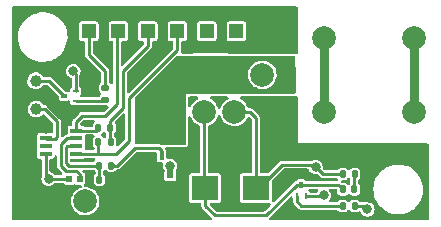
<source format=gbr>
%TF.GenerationSoftware,KiCad,Pcbnew,(5.99.0-10548-gc49af57c2a)*%
%TF.CreationDate,2021-06-24T16:08:38+08:00*%
%TF.ProjectId,facegate-relay-v3-new,66616365-6761-4746-952d-72656c61792d,v01*%
%TF.SameCoordinates,Original*%
%TF.FileFunction,Copper,L1,Top*%
%TF.FilePolarity,Positive*%
%FSLAX46Y46*%
G04 Gerber Fmt 4.6, Leading zero omitted, Abs format (unit mm)*
G04 Created by KiCad (PCBNEW (5.99.0-10548-gc49af57c2a)) date 2021-06-24 16:08:38*
%MOMM*%
%LPD*%
G01*
G04 APERTURE LIST*
G04 Aperture macros list*
%AMRoundRect*
0 Rectangle with rounded corners*
0 $1 Rounding radius*
0 $2 $3 $4 $5 $6 $7 $8 $9 X,Y pos of 4 corners*
0 Add a 4 corners polygon primitive as box body*
4,1,4,$2,$3,$4,$5,$6,$7,$8,$9,$2,$3,0*
0 Add four circle primitives for the rounded corners*
1,1,$1+$1,$2,$3*
1,1,$1+$1,$4,$5*
1,1,$1+$1,$6,$7*
1,1,$1+$1,$8,$9*
0 Add four rect primitives between the rounded corners*
20,1,$1+$1,$2,$3,$4,$5,0*
20,1,$1+$1,$4,$5,$6,$7,0*
20,1,$1+$1,$6,$7,$8,$9,0*
20,1,$1+$1,$8,$9,$2,$3,0*%
G04 Aperture macros list end*
%TA.AperFunction,ComponentPad*%
%ADD10C,2.000000*%
%TD*%
%TA.AperFunction,SMDPad,CuDef*%
%ADD11RoundRect,0.135000X0.135000X0.185000X-0.135000X0.185000X-0.135000X-0.185000X0.135000X-0.185000X0*%
%TD*%
%TA.AperFunction,SMDPad,CuDef*%
%ADD12R,0.540000X0.600000*%
%TD*%
%TA.AperFunction,SMDPad,CuDef*%
%ADD13R,0.270000X0.520000*%
%TD*%
%TA.AperFunction,SMDPad,CuDef*%
%ADD14R,0.360000X0.520000*%
%TD*%
%TA.AperFunction,SMDPad,CuDef*%
%ADD15R,0.590000X0.600000*%
%TD*%
%TA.AperFunction,SMDPad,CuDef*%
%ADD16RoundRect,0.135000X-0.135000X-0.185000X0.135000X-0.185000X0.135000X0.185000X-0.135000X0.185000X0*%
%TD*%
%TA.AperFunction,SMDPad,CuDef*%
%ADD17RoundRect,0.135000X-0.185000X0.135000X-0.185000X-0.135000X0.185000X-0.135000X0.185000X0.135000X0*%
%TD*%
%TA.AperFunction,SMDPad,CuDef*%
%ADD18R,2.300000X2.100000*%
%TD*%
%TA.AperFunction,SMDPad,CuDef*%
%ADD19RoundRect,0.147500X-0.147500X-0.172500X0.147500X-0.172500X0.147500X0.172500X-0.147500X0.172500X0*%
%TD*%
%TA.AperFunction,ComponentPad*%
%ADD20C,1.000000*%
%TD*%
%TA.AperFunction,SMDPad,CuDef*%
%ADD21R,0.520000X0.270000*%
%TD*%
%TA.AperFunction,SMDPad,CuDef*%
%ADD22R,0.520000X0.360000*%
%TD*%
%TA.AperFunction,SMDPad,CuDef*%
%ADD23R,0.381000X0.660400*%
%TD*%
%TA.AperFunction,SMDPad,CuDef*%
%ADD24R,2.600000X2.200000*%
%TD*%
%TA.AperFunction,SMDPad,CuDef*%
%ADD25R,1.050000X0.450000*%
%TD*%
%TA.AperFunction,ComponentPad*%
%ADD26R,1.240000X1.240000*%
%TD*%
%TA.AperFunction,ViaPad*%
%ADD27C,0.800000*%
%TD*%
%TA.AperFunction,Conductor*%
%ADD28C,0.250000*%
%TD*%
%TA.AperFunction,Conductor*%
%ADD29C,0.500000*%
%TD*%
%TA.AperFunction,Conductor*%
%ADD30C,0.781000*%
%TD*%
G04 APERTURE END LIST*
D10*
%TO.P,NO,2,2*%
%TO.N,Net-(J9-Pad2)*%
X117700000Y-61100000D03*
%TO.P,NO,1,1*%
%TO.N,Net-(J9-Pad1)*%
X125300000Y-61100000D03*
%TD*%
D11*
%TO.P,R4,1*%
%TO.N,Net-(C1-Pad2)*%
X99720000Y-73080000D03*
%TO.P,R4,2*%
%TO.N,Net-(IC1-Pad6)*%
X98700000Y-73080000D03*
%TD*%
D12*
%TO.P,C2,1*%
%TO.N,Net-(C2-Pad1)*%
X97032000Y-73000000D03*
%TO.P,C2,2*%
%TO.N,Earth*%
X96168000Y-73000000D03*
%TD*%
D10*
%TO.P,K1,1,1*%
%TO.N,Net-(D1-Pad2)*%
X107575100Y-67330000D03*
%TO.P,K1,2,2*%
%TO.N,Net-(D1-Pad1)*%
X110115100Y-67330000D03*
%TO.P,K1,3,3*%
%TO.N,Net-(J9-Pad2)*%
X117735100Y-67330000D03*
%TO.P,K1,4,4*%
%TO.N,Net-(J9-Pad1)*%
X125355100Y-67330000D03*
%TD*%
D13*
%TO.P,Q1,1*%
%TO.N,Net-(Q1-Pad1)*%
X115400000Y-74490000D03*
%TO.P,Q1,2*%
%TO.N,Earth*%
X116200000Y-74490000D03*
D14*
%TO.P,Q1,3*%
%TO.N,Net-(D1-Pad2)*%
X115800000Y-73510000D03*
%TD*%
D15*
%TO.P,C1,1*%
%TO.N,Earth*%
X104707000Y-72700000D03*
%TO.P,C1,2*%
%TO.N,Net-(C1-Pad2)*%
X103893000Y-72700000D03*
%TD*%
D16*
%TO.P,R5,1*%
%TO.N,Net-(IC1-Pad8)*%
X98612305Y-68700000D03*
%TO.P,R5,2*%
%TO.N,Net-(J6-Pad01)*%
X99632305Y-68700000D03*
%TD*%
D17*
%TO.P,R7,1*%
%TO.N,Net-(J12-Pad01)*%
X99200000Y-65290000D03*
%TO.P,R7,2*%
%TO.N,Net-(Q2-Pad1)*%
X99200000Y-66310000D03*
%TD*%
D18*
%TO.P,D1,1*%
%TO.N,Net-(D1-Pad1)*%
X111950000Y-73800000D03*
%TO.P,D1,2*%
%TO.N,Net-(D1-Pad2)*%
X107650000Y-73800000D03*
%TD*%
D16*
%TO.P,R6,1*%
%TO.N,Net-(IC1-Pad6)*%
X98690000Y-71880000D03*
%TO.P,R6,2*%
%TO.N,Net-(R6-Pad2)*%
X99710000Y-71880000D03*
%TD*%
D19*
%TO.P,L1,2,A*%
%TO.N,Net-(L1-Pad2)*%
X120285000Y-73900000D03*
%TO.P,L1,1,K*%
%TO.N,Net-(D1-Pad2)*%
X119315000Y-73900000D03*
%TD*%
D20*
%TO.P,PB,01,01*%
%TO.N,Net-(IC1-Pad2)*%
X93350000Y-67100000D03*
%TD*%
D10*
%TO.P,J-VIN,01,01*%
%TO.N,Net-(J10-Pad01)*%
X110050000Y-64250000D03*
%TD*%
D21*
%TO.P,Q2,1*%
%TO.N,Net-(Q2-Pad1)*%
X96690000Y-66400000D03*
%TO.P,Q2,2*%
%TO.N,Earth*%
X96690000Y-65600000D03*
D22*
%TO.P,Q2,3*%
%TO.N,Net-(J13-Pad01)*%
X95710000Y-66000000D03*
%TD*%
D23*
%TO.P,U1,1,SOURCE*%
%TO.N,Net-(C1-Pad2)*%
X102025001Y-71078000D03*
%TO.P,U1,2,SOURCE*%
X102674999Y-71078000D03*
%TO.P,U1,3,SOURCE*%
X103325001Y-71078000D03*
%TO.P,U1,4,GATE*%
%TO.N,Net-(R6-Pad2)*%
X103974999Y-71078000D03*
%TO.P,U1,5,DRAIN*%
%TO.N,Net-(J10-Pad01)*%
X103974999Y-67522000D03*
%TO.P,U1,6,DRAIN*%
X103325001Y-67522000D03*
%TO.P,U1,7,DRAIN*%
X102674999Y-67522000D03*
%TO.P,U1,8,DRAIN*%
X102025001Y-67522000D03*
D24*
%TO.P,U1,9,DRAIN*%
X103000000Y-68900000D03*
%TD*%
D25*
%TO.P,IC1,1,VIN*%
%TO.N,Net-(C1-Pad2)*%
X94142305Y-68925000D03*
%TO.P,IC1,2,~PB*%
%TO.N,Net-(IC1-Pad2)*%
X94142305Y-69575000D03*
%TO.P,IC1,3,ONT*%
%TO.N,unconnected-(IC1-Pad3)*%
X94142305Y-70225000D03*
%TO.P,IC1,4,GND*%
%TO.N,Earth*%
X94142305Y-70875000D03*
%TO.P,IC1,5,~INT*%
%TO.N,Net-(IC1-Pad5)*%
X96742305Y-70875000D03*
%TO.P,IC1,6,EN/~EN*%
%TO.N,Net-(IC1-Pad6)*%
X96742305Y-70225000D03*
%TO.P,IC1,7,PDT*%
%TO.N,Net-(C2-Pad1)*%
X96742305Y-69575000D03*
%TO.P,IC1,8,~KILL*%
%TO.N,Net-(IC1-Pad8)*%
X96742305Y-68925000D03*
%TD*%
D26*
%TO.P,KILL,01,01*%
%TO.N,Net-(IC1-Pad8)*%
X100300000Y-60500000D03*
%TD*%
D11*
%TO.P,R2,2*%
%TO.N,Net-(Q1-Pad1)*%
X119290000Y-75300000D03*
%TO.P,R2,1*%
%TO.N,Net-(J4-Pad01)*%
X120310000Y-75300000D03*
%TD*%
D26*
%TO.P,LED,01,01*%
%TO.N,Net-(J12-Pad01)*%
X97800000Y-60500000D03*
%TD*%
%TO.P,3.3V,01,01*%
%TO.N,Net-(J6-Pad01)*%
X102800000Y-60500000D03*
%TD*%
D16*
%TO.P,R3,1*%
%TO.N,Net-(IC1-Pad5)*%
X98622305Y-69900000D03*
%TO.P,R3,2*%
%TO.N,Net-(J6-Pad01)*%
X99642305Y-69900000D03*
%TD*%
D10*
%TO.P,5V-IN,01,01*%
%TO.N,Net-(C1-Pad2)*%
X99900000Y-74900000D03*
%TD*%
D20*
%TO.P,LED,01,01*%
%TO.N,Net-(J13-Pad01)*%
X93300000Y-64700000D03*
%TD*%
D26*
%TO.P,INT,01,01*%
%TO.N,Net-(IC1-Pad5)*%
X105300000Y-60500000D03*
%TD*%
D10*
%TO.P,5V-GND,01,01*%
%TO.N,Earth*%
X97500000Y-74900000D03*
%TD*%
D16*
%TO.P,R1,1*%
%TO.N,Net-(D1-Pad1)*%
X119290000Y-72600000D03*
%TO.P,R1,2*%
%TO.N,Net-(L1-Pad2)*%
X120310000Y-72600000D03*
%TD*%
D26*
%TO.P,R-IN,01,01*%
%TO.N,Net-(J4-Pad01)*%
X110300000Y-60500000D03*
%TD*%
D10*
%TO.P,GND,01,01*%
%TO.N,Earth*%
X112500000Y-64200000D03*
%TD*%
D26*
%TO.P,5V,01,01*%
%TO.N,Net-(D1-Pad1)*%
X107800000Y-60500000D03*
%TD*%
D27*
%TO.N,Net-(D1-Pad1)*%
X117000000Y-72000000D03*
%TO.N,Net-(J4-Pad01)*%
X121400000Y-75600000D03*
%TO.N,Earth*%
X96500000Y-63900000D03*
X94400000Y-73000000D03*
X104700000Y-71900000D03*
X117700000Y-74400000D03*
%TD*%
D28*
%TO.N,Net-(Q2-Pad1)*%
X99110000Y-66400000D02*
X96690000Y-66400000D01*
X99200000Y-66310000D02*
X99110000Y-66400000D01*
%TO.N,Net-(IC1-Pad5)*%
X96767305Y-70900000D02*
X98622305Y-70900000D01*
X96742305Y-70875000D02*
X96767305Y-70900000D01*
X101200000Y-66200000D02*
X105300000Y-62100000D01*
X105300000Y-62100000D02*
X105300000Y-60500000D01*
X100068022Y-70900000D02*
X101200000Y-69768022D01*
X101200000Y-69768022D02*
X101200000Y-66200000D01*
X98622305Y-70900000D02*
X100068022Y-70900000D01*
X98622305Y-69900000D02*
X98622305Y-70900000D01*
%TO.N,Net-(J12-Pad01)*%
X97800000Y-62500000D02*
X97800000Y-60500000D01*
X99200000Y-65290000D02*
X99200000Y-63900000D01*
X99200000Y-63900000D02*
X97800000Y-62500000D01*
%TO.N,Net-(J6-Pad01)*%
X100700000Y-63900000D02*
X102800000Y-61800000D01*
X102800000Y-61800000D02*
X102800000Y-60500000D01*
X100700000Y-67000000D02*
X100700000Y-63900000D01*
X99632305Y-68067695D02*
X100700000Y-67000000D01*
X99632305Y-68700000D02*
X99632305Y-68067695D01*
%TO.N,Net-(IC1-Pad8)*%
X97200000Y-67700000D02*
X96742305Y-68157695D01*
X100200000Y-60600000D02*
X100200000Y-66700000D01*
X96742305Y-68157695D02*
X96742305Y-68925000D01*
X100300000Y-60500000D02*
X100200000Y-60600000D01*
X100200000Y-66700000D02*
X99200000Y-67700000D01*
X99200000Y-67700000D02*
X97200000Y-67700000D01*
%TO.N,Net-(J6-Pad01)*%
X99642305Y-69900000D02*
X99600000Y-69857695D01*
X99600000Y-69857695D02*
X99600000Y-68732305D01*
X99600000Y-68732305D02*
X99632305Y-68700000D01*
%TO.N,Net-(Q1-Pad1)*%
X115400000Y-74900000D02*
X115800000Y-75300000D01*
X115800000Y-75300000D02*
X119290000Y-75300000D01*
X115400000Y-74490000D02*
X115400000Y-74900000D01*
%TO.N,Net-(D1-Pad2)*%
X118925000Y-73510000D02*
X119315000Y-73900000D01*
X118610000Y-73510000D02*
X118925000Y-73510000D01*
X108450000Y-76100000D02*
X112810880Y-76100000D01*
X112810880Y-76100000D02*
X115400880Y-73510000D01*
X107650000Y-75300000D02*
X108450000Y-76100000D01*
X115400880Y-73510000D02*
X115800000Y-73510000D01*
X107650000Y-74000000D02*
X107650000Y-75300000D01*
X107575100Y-67330000D02*
X107575100Y-73925100D01*
X107575100Y-73925100D02*
X107650000Y-74000000D01*
%TO.N,Net-(D1-Pad1)*%
X111950000Y-67850000D02*
X111430000Y-67330000D01*
X111950000Y-74000000D02*
X111950000Y-67850000D01*
X111430000Y-67330000D02*
X110115100Y-67330000D01*
X114150000Y-71800000D02*
X111950000Y-74000000D01*
X116800000Y-71800000D02*
X114150000Y-71800000D01*
X117000000Y-72000000D02*
X116800000Y-71800000D01*
%TO.N,Net-(R6-Pad2)*%
X103974999Y-70634987D02*
X103974999Y-71078000D01*
X101674892Y-70423289D02*
X103763301Y-70423289D01*
X103763301Y-70423289D02*
X103974999Y-70634987D01*
X100218181Y-71880000D02*
X101674892Y-70423289D01*
X99710000Y-71880000D02*
X100218181Y-71880000D01*
%TO.N,Net-(IC1-Pad6)*%
X98700000Y-71900000D02*
X98700000Y-73080000D01*
X97822305Y-71900000D02*
X98700000Y-71900000D01*
%TO.N,Net-(C2-Pad1)*%
X96749520Y-72349520D02*
X97032000Y-72632000D01*
X95849520Y-72349520D02*
X96749520Y-72349520D01*
X95443274Y-71943274D02*
X95849520Y-72349520D01*
X95443274Y-70099031D02*
X95443274Y-71943274D01*
X95967305Y-69575000D02*
X95443274Y-70099031D01*
X97032000Y-72632000D02*
X97032000Y-73000000D01*
X96742305Y-69575000D02*
X95967305Y-69575000D01*
%TO.N,Net-(IC1-Pad6)*%
X95892794Y-71692794D02*
X96100000Y-71900000D01*
X96100000Y-71900000D02*
X97822305Y-71900000D01*
X95892794Y-70299511D02*
X95892794Y-71692794D01*
X96742305Y-70225000D02*
X95967305Y-70225000D01*
X95967305Y-70225000D02*
X95892794Y-70299511D01*
%TO.N,Net-(D1-Pad1)*%
X117600000Y-72600000D02*
X119290000Y-72600000D01*
X117000000Y-72000000D02*
X117600000Y-72600000D01*
%TO.N,Net-(J4-Pad01)*%
X121100000Y-75300000D02*
X120310000Y-75300000D01*
X121400000Y-75600000D02*
X121100000Y-75300000D01*
%TO.N,Net-(D1-Pad1)*%
X119290000Y-72590000D02*
X119290000Y-72600000D01*
%TO.N,Net-(D1-Pad2)*%
X118610000Y-73510000D02*
X118625000Y-73510000D01*
X115800000Y-73510000D02*
X118610000Y-73510000D01*
%TO.N,Net-(C1-Pad2)*%
X99720000Y-73080000D02*
X99720000Y-73187695D01*
X94067305Y-69000000D02*
X94142305Y-68925000D01*
%TO.N,Net-(L1-Pad2)*%
X120285000Y-73900000D02*
X120285000Y-72625000D01*
X120285000Y-72625000D02*
X120310000Y-72600000D01*
%TO.N,Earth*%
X94142305Y-70875000D02*
X94142305Y-72742305D01*
X96690000Y-64090000D02*
X96500000Y-63900000D01*
X104707000Y-71907000D02*
X104700000Y-71900000D01*
X94142305Y-72742305D02*
X94400000Y-73000000D01*
X116200000Y-74490000D02*
X117610000Y-74490000D01*
D29*
X104700000Y-71900000D02*
X104700000Y-72707000D01*
D28*
X94400000Y-73000000D02*
X96168000Y-73000000D01*
X104707000Y-72700000D02*
X104707000Y-71907000D01*
X117610000Y-74490000D02*
X117700000Y-74400000D01*
X96690000Y-65600000D02*
X96690000Y-64090000D01*
%TO.N,Net-(IC1-Pad8)*%
X96742305Y-68925000D02*
X98387305Y-68925000D01*
X98387305Y-68925000D02*
X98612305Y-68700000D01*
%TO.N,Net-(IC1-Pad2)*%
X93350000Y-67100000D02*
X94057106Y-67100000D01*
X94057106Y-67100000D02*
X95100000Y-68142894D01*
X94217785Y-69499520D02*
X94142305Y-69575000D01*
X95100000Y-68142894D02*
X95100000Y-69500000D01*
X94242794Y-69675489D02*
X94142305Y-69575000D01*
X95100000Y-69500000D02*
X94924511Y-69675489D01*
X94924511Y-69675489D02*
X94242794Y-69675489D01*
D30*
%TO.N,Net-(J9-Pad1)*%
X125300000Y-61100000D02*
X125300000Y-67274900D01*
D28*
X125300000Y-67274900D02*
X125355100Y-67330000D01*
%TO.N,Net-(J9-Pad2)*%
X117700000Y-67294900D02*
X117735100Y-67330000D01*
D30*
X117700000Y-61100000D02*
X117700000Y-67294900D01*
D28*
%TO.N,Net-(J13-Pad01)*%
X93300000Y-64700000D02*
X94410000Y-64700000D01*
X94410000Y-64700000D02*
X95710000Y-66000000D01*
%TO.N,Net-(R6-Pad2)*%
X99710000Y-71880000D02*
X99866711Y-71723289D01*
%TD*%
%TA.AperFunction,Conductor*%
%TO.N,Net-(J10-Pad01)*%
G36*
X111799799Y-62600000D02*
G01*
X111800466Y-62600004D01*
X113846530Y-62615531D01*
X115175516Y-62625616D01*
X115243482Y-62646134D01*
X115289567Y-62700141D01*
X115300558Y-62751046D01*
X115307064Y-64203704D01*
X115313648Y-65673903D01*
X115293951Y-65742112D01*
X115240504Y-65788845D01*
X115188115Y-65800466D01*
X106032330Y-65834308D01*
X106014213Y-65834375D01*
X106014232Y-65847847D01*
X106020093Y-70016270D01*
X106000187Y-70084419D01*
X105946596Y-70130987D01*
X105892819Y-70142441D01*
X103918444Y-70122456D01*
X103881617Y-70115769D01*
X103876339Y-70112721D01*
X103839233Y-70106178D01*
X103828501Y-70103799D01*
X103802757Y-70096900D01*
X103802752Y-70096900D01*
X103792106Y-70094047D01*
X103781126Y-70095008D01*
X103781118Y-70095007D01*
X103754811Y-70097309D01*
X103743829Y-70097789D01*
X101826000Y-70097789D01*
X101757879Y-70077787D01*
X101711386Y-70024131D01*
X101700000Y-69971789D01*
X101700000Y-66212517D01*
X101720002Y-66144396D01*
X101736905Y-66123422D01*
X103691882Y-64168444D01*
X111294913Y-64168444D01*
X111309342Y-64388582D01*
X111363646Y-64602404D01*
X111456006Y-64802750D01*
X111583331Y-64982910D01*
X111741354Y-65136849D01*
X111746150Y-65140054D01*
X111746153Y-65140056D01*
X111820590Y-65189793D01*
X111924785Y-65259414D01*
X111930088Y-65261692D01*
X111930091Y-65261694D01*
X112122173Y-65344219D01*
X112127480Y-65346499D01*
X112206501Y-65364380D01*
X112337014Y-65393912D01*
X112337019Y-65393913D01*
X112342651Y-65395187D01*
X112348422Y-65395414D01*
X112348424Y-65395414D01*
X112416147Y-65398075D01*
X112563091Y-65403848D01*
X112672255Y-65388020D01*
X112775704Y-65373021D01*
X112775709Y-65373020D01*
X112781418Y-65372192D01*
X112786882Y-65370337D01*
X112786887Y-65370336D01*
X112984853Y-65303135D01*
X112990321Y-65301279D01*
X113182803Y-65193484D01*
X113352417Y-65052417D01*
X113493484Y-64882803D01*
X113601279Y-64690321D01*
X113672192Y-64481418D01*
X113673020Y-64475709D01*
X113673021Y-64475704D01*
X113703315Y-64266765D01*
X113703848Y-64263091D01*
X113705500Y-64200000D01*
X113685314Y-63980315D01*
X113625431Y-63767987D01*
X113613698Y-63744193D01*
X113530413Y-63575309D01*
X113527858Y-63570128D01*
X113511747Y-63548552D01*
X113399314Y-63397987D01*
X113399313Y-63397986D01*
X113395861Y-63393363D01*
X113391625Y-63389447D01*
X113238103Y-63247533D01*
X113238101Y-63247531D01*
X113233862Y-63243613D01*
X113047286Y-63125892D01*
X112842380Y-63044143D01*
X112836720Y-63043017D01*
X112836716Y-63043016D01*
X112631676Y-63002231D01*
X112631673Y-63002231D01*
X112626009Y-63001104D01*
X112620234Y-63001028D01*
X112620230Y-63001028D01*
X112509323Y-62999576D01*
X112405418Y-62998216D01*
X112399721Y-62999195D01*
X112399720Y-62999195D01*
X112193691Y-63034597D01*
X112187994Y-63035576D01*
X111981019Y-63111933D01*
X111976058Y-63114885D01*
X111976057Y-63114885D01*
X111796393Y-63221774D01*
X111796390Y-63221776D01*
X111791425Y-63224730D01*
X111625561Y-63370189D01*
X111488983Y-63543438D01*
X111486294Y-63548549D01*
X111486292Y-63548552D01*
X111433950Y-63648038D01*
X111386263Y-63738675D01*
X111320843Y-63949362D01*
X111294913Y-64168444D01*
X103691882Y-64168444D01*
X105224297Y-62636029D01*
X105286609Y-62602003D01*
X105312874Y-62599125D01*
X107499311Y-62590130D01*
X107500118Y-62590129D01*
X111799799Y-62600000D01*
G37*
%TD.AperFunction*%
%TD*%
%TA.AperFunction,Conductor*%
%TO.N,Net-(C1-Pad2)*%
G36*
X115442121Y-58420002D02*
G01*
X115488614Y-58473658D01*
X115500000Y-58526000D01*
X115500000Y-62351079D01*
X115479998Y-62419200D01*
X115426342Y-62465693D01*
X115356068Y-62475797D01*
X115311654Y-62460573D01*
X115307431Y-62458168D01*
X115307428Y-62458167D01*
X115301283Y-62454668D01*
X115294513Y-62452624D01*
X115294510Y-62452623D01*
X115267580Y-62444494D01*
X115233317Y-62434150D01*
X115177034Y-62425622D01*
X113848048Y-62415537D01*
X111801984Y-62400010D01*
X111801665Y-62400008D01*
X111801004Y-62400004D01*
X111800998Y-62400004D01*
X111800258Y-62400001D01*
X107500577Y-62390130D01*
X107499870Y-62390129D01*
X107499063Y-62390130D01*
X107498488Y-62390132D01*
X105721985Y-62397441D01*
X105653784Y-62377719D01*
X105607071Y-62324255D01*
X105596678Y-62254024D01*
X105599773Y-62238787D01*
X105600073Y-62237669D01*
X105603366Y-62227232D01*
X105605059Y-62222580D01*
X105610568Y-62213038D01*
X105617111Y-62175930D01*
X105619491Y-62165199D01*
X105626388Y-62139458D01*
X105629243Y-62128805D01*
X105625980Y-62091513D01*
X105625500Y-62080530D01*
X105625500Y-61451500D01*
X105645502Y-61383379D01*
X105699158Y-61336886D01*
X105751500Y-61325500D01*
X105920000Y-61325500D01*
X105944831Y-61320561D01*
X105986472Y-61312278D01*
X105986474Y-61312277D01*
X105998641Y-61309857D01*
X106008956Y-61302965D01*
X106008958Y-61302964D01*
X106054994Y-61272203D01*
X106065310Y-61265310D01*
X106072203Y-61254994D01*
X106102964Y-61208958D01*
X106102965Y-61208956D01*
X106109857Y-61198641D01*
X106116929Y-61163091D01*
X106124293Y-61126067D01*
X106125500Y-61120000D01*
X106125500Y-59880000D01*
X106974500Y-59880000D01*
X106974500Y-61120000D01*
X106975707Y-61126067D01*
X106983072Y-61163091D01*
X106990143Y-61198641D01*
X106997035Y-61208956D01*
X106997036Y-61208958D01*
X107027797Y-61254994D01*
X107034690Y-61265310D01*
X107045006Y-61272203D01*
X107091042Y-61302964D01*
X107091044Y-61302965D01*
X107101359Y-61309857D01*
X107113526Y-61312277D01*
X107113528Y-61312278D01*
X107155169Y-61320561D01*
X107180000Y-61325500D01*
X108420000Y-61325500D01*
X108444831Y-61320561D01*
X108486472Y-61312278D01*
X108486474Y-61312277D01*
X108498641Y-61309857D01*
X108508956Y-61302965D01*
X108508958Y-61302964D01*
X108554994Y-61272203D01*
X108565310Y-61265310D01*
X108572203Y-61254994D01*
X108602964Y-61208958D01*
X108602965Y-61208956D01*
X108609857Y-61198641D01*
X108616929Y-61163091D01*
X108624293Y-61126067D01*
X108625500Y-61120000D01*
X108625500Y-59880000D01*
X109474500Y-59880000D01*
X109474500Y-61120000D01*
X109475707Y-61126067D01*
X109483072Y-61163091D01*
X109490143Y-61198641D01*
X109497035Y-61208956D01*
X109497036Y-61208958D01*
X109527797Y-61254994D01*
X109534690Y-61265310D01*
X109545006Y-61272203D01*
X109591042Y-61302964D01*
X109591044Y-61302965D01*
X109601359Y-61309857D01*
X109613526Y-61312277D01*
X109613528Y-61312278D01*
X109655169Y-61320561D01*
X109680000Y-61325500D01*
X110920000Y-61325500D01*
X110944831Y-61320561D01*
X110986472Y-61312278D01*
X110986474Y-61312277D01*
X110998641Y-61309857D01*
X111008956Y-61302965D01*
X111008958Y-61302964D01*
X111054994Y-61272203D01*
X111065310Y-61265310D01*
X111072203Y-61254994D01*
X111102964Y-61208958D01*
X111102965Y-61208956D01*
X111109857Y-61198641D01*
X111116929Y-61163091D01*
X111124293Y-61126067D01*
X111125500Y-61120000D01*
X111125500Y-59880000D01*
X111109857Y-59801359D01*
X111102965Y-59791044D01*
X111102964Y-59791042D01*
X111072203Y-59745006D01*
X111065310Y-59734690D01*
X111054994Y-59727797D01*
X111008958Y-59697036D01*
X111008956Y-59697035D01*
X110998641Y-59690143D01*
X110986474Y-59687723D01*
X110986472Y-59687722D01*
X110939963Y-59678471D01*
X110920000Y-59674500D01*
X109680000Y-59674500D01*
X109660037Y-59678471D01*
X109613528Y-59687722D01*
X109613526Y-59687723D01*
X109601359Y-59690143D01*
X109591044Y-59697035D01*
X109591042Y-59697036D01*
X109545006Y-59727797D01*
X109534690Y-59734690D01*
X109527797Y-59745006D01*
X109497036Y-59791042D01*
X109497035Y-59791044D01*
X109490143Y-59801359D01*
X109474500Y-59880000D01*
X108625500Y-59880000D01*
X108609857Y-59801359D01*
X108602965Y-59791044D01*
X108602964Y-59791042D01*
X108572203Y-59745006D01*
X108565310Y-59734690D01*
X108554994Y-59727797D01*
X108508958Y-59697036D01*
X108508956Y-59697035D01*
X108498641Y-59690143D01*
X108486474Y-59687723D01*
X108486472Y-59687722D01*
X108439963Y-59678471D01*
X108420000Y-59674500D01*
X107180000Y-59674500D01*
X107160037Y-59678471D01*
X107113528Y-59687722D01*
X107113526Y-59687723D01*
X107101359Y-59690143D01*
X107091044Y-59697035D01*
X107091042Y-59697036D01*
X107045006Y-59727797D01*
X107034690Y-59734690D01*
X107027797Y-59745006D01*
X106997036Y-59791042D01*
X106997035Y-59791044D01*
X106990143Y-59801359D01*
X106974500Y-59880000D01*
X106125500Y-59880000D01*
X106109857Y-59801359D01*
X106102965Y-59791044D01*
X106102964Y-59791042D01*
X106072203Y-59745006D01*
X106065310Y-59734690D01*
X106054994Y-59727797D01*
X106008958Y-59697036D01*
X106008956Y-59697035D01*
X105998641Y-59690143D01*
X105986474Y-59687723D01*
X105986472Y-59687722D01*
X105939963Y-59678471D01*
X105920000Y-59674500D01*
X104680000Y-59674500D01*
X104660037Y-59678471D01*
X104613528Y-59687722D01*
X104613526Y-59687723D01*
X104601359Y-59690143D01*
X104591044Y-59697035D01*
X104591042Y-59697036D01*
X104545006Y-59727797D01*
X104534690Y-59734690D01*
X104527797Y-59745006D01*
X104497036Y-59791042D01*
X104497035Y-59791044D01*
X104490143Y-59801359D01*
X104474500Y-59880000D01*
X104474500Y-61120000D01*
X104475707Y-61126067D01*
X104483072Y-61163091D01*
X104490143Y-61198641D01*
X104497035Y-61208956D01*
X104497036Y-61208958D01*
X104527797Y-61254994D01*
X104534690Y-61265310D01*
X104545006Y-61272203D01*
X104591042Y-61302964D01*
X104591044Y-61302965D01*
X104601359Y-61309857D01*
X104613526Y-61312277D01*
X104613528Y-61312278D01*
X104655169Y-61320561D01*
X104680000Y-61325500D01*
X104848500Y-61325500D01*
X104916621Y-61345502D01*
X104963114Y-61399158D01*
X104974500Y-61451500D01*
X104974500Y-61912984D01*
X104954498Y-61981105D01*
X104937595Y-62002079D01*
X101240595Y-65699078D01*
X101178283Y-65733104D01*
X101107467Y-65728039D01*
X101050632Y-65685492D01*
X101025821Y-65618972D01*
X101025500Y-65609983D01*
X101025500Y-64087017D01*
X101045502Y-64018896D01*
X101062405Y-63997922D01*
X103016392Y-62043935D01*
X103024496Y-62036508D01*
X103044732Y-62019528D01*
X103053178Y-62012441D01*
X103072019Y-61979806D01*
X103077923Y-61970540D01*
X103093211Y-61948707D01*
X103093214Y-61948701D01*
X103099534Y-61939675D01*
X103102387Y-61929030D01*
X103103865Y-61925859D01*
X103105058Y-61922582D01*
X103110568Y-61913038D01*
X103117113Y-61875924D01*
X103119491Y-61865197D01*
X103126389Y-61839455D01*
X103126389Y-61839453D01*
X103129242Y-61828806D01*
X103125979Y-61791510D01*
X103125500Y-61780528D01*
X103125500Y-61451500D01*
X103145502Y-61383379D01*
X103199158Y-61336886D01*
X103251500Y-61325500D01*
X103420000Y-61325500D01*
X103444831Y-61320561D01*
X103486472Y-61312278D01*
X103486474Y-61312277D01*
X103498641Y-61309857D01*
X103508956Y-61302965D01*
X103508958Y-61302964D01*
X103554994Y-61272203D01*
X103565310Y-61265310D01*
X103572203Y-61254994D01*
X103602964Y-61208958D01*
X103602965Y-61208956D01*
X103609857Y-61198641D01*
X103616929Y-61163091D01*
X103624293Y-61126067D01*
X103625500Y-61120000D01*
X103625500Y-59880000D01*
X103609857Y-59801359D01*
X103602965Y-59791044D01*
X103602964Y-59791042D01*
X103572203Y-59745006D01*
X103565310Y-59734690D01*
X103554994Y-59727797D01*
X103508958Y-59697036D01*
X103508956Y-59697035D01*
X103498641Y-59690143D01*
X103486474Y-59687723D01*
X103486472Y-59687722D01*
X103439963Y-59678471D01*
X103420000Y-59674500D01*
X102180000Y-59674500D01*
X102160037Y-59678471D01*
X102113528Y-59687722D01*
X102113526Y-59687723D01*
X102101359Y-59690143D01*
X102091044Y-59697035D01*
X102091042Y-59697036D01*
X102045006Y-59727797D01*
X102034690Y-59734690D01*
X102027797Y-59745006D01*
X101997036Y-59791042D01*
X101997035Y-59791044D01*
X101990143Y-59801359D01*
X101974500Y-59880000D01*
X101974500Y-61120000D01*
X101975707Y-61126067D01*
X101983072Y-61163091D01*
X101990143Y-61198641D01*
X101997035Y-61208956D01*
X101997036Y-61208958D01*
X102027797Y-61254994D01*
X102034690Y-61265310D01*
X102045006Y-61272203D01*
X102091042Y-61302964D01*
X102091044Y-61302965D01*
X102101359Y-61309857D01*
X102113526Y-61312277D01*
X102113528Y-61312278D01*
X102155169Y-61320561D01*
X102180000Y-61325500D01*
X102348500Y-61325500D01*
X102416621Y-61345502D01*
X102463114Y-61399158D01*
X102474500Y-61451500D01*
X102474500Y-61612983D01*
X102454498Y-61681104D01*
X102437595Y-61702078D01*
X100740595Y-63399078D01*
X100678283Y-63433104D01*
X100607468Y-63428039D01*
X100550632Y-63385492D01*
X100525821Y-63318972D01*
X100525500Y-63309983D01*
X100525500Y-61451500D01*
X100545502Y-61383379D01*
X100599158Y-61336886D01*
X100651500Y-61325500D01*
X100920000Y-61325500D01*
X100944831Y-61320561D01*
X100986472Y-61312278D01*
X100986474Y-61312277D01*
X100998641Y-61309857D01*
X101008956Y-61302965D01*
X101008958Y-61302964D01*
X101054994Y-61272203D01*
X101065310Y-61265310D01*
X101072203Y-61254994D01*
X101102964Y-61208958D01*
X101102965Y-61208956D01*
X101109857Y-61198641D01*
X101116929Y-61163091D01*
X101124293Y-61126067D01*
X101125500Y-61120000D01*
X101125500Y-59880000D01*
X101109857Y-59801359D01*
X101102965Y-59791044D01*
X101102964Y-59791042D01*
X101072203Y-59745006D01*
X101065310Y-59734690D01*
X101054994Y-59727797D01*
X101008958Y-59697036D01*
X101008956Y-59697035D01*
X100998641Y-59690143D01*
X100986474Y-59687723D01*
X100986472Y-59687722D01*
X100939963Y-59678471D01*
X100920000Y-59674500D01*
X99680000Y-59674500D01*
X99660037Y-59678471D01*
X99613528Y-59687722D01*
X99613526Y-59687723D01*
X99601359Y-59690143D01*
X99591044Y-59697035D01*
X99591042Y-59697036D01*
X99545006Y-59727797D01*
X99534690Y-59734690D01*
X99527797Y-59745006D01*
X99497036Y-59791042D01*
X99497035Y-59791044D01*
X99490143Y-59801359D01*
X99474500Y-59880000D01*
X99474500Y-61120000D01*
X99475707Y-61126067D01*
X99483072Y-61163091D01*
X99490143Y-61198641D01*
X99497035Y-61208956D01*
X99497036Y-61208958D01*
X99527797Y-61254994D01*
X99534690Y-61265310D01*
X99545006Y-61272203D01*
X99591042Y-61302964D01*
X99591044Y-61302965D01*
X99601359Y-61309857D01*
X99613526Y-61312277D01*
X99613528Y-61312278D01*
X99655169Y-61320561D01*
X99680000Y-61325500D01*
X99748500Y-61325500D01*
X99816621Y-61345502D01*
X99863114Y-61399158D01*
X99874500Y-61451500D01*
X99874500Y-64865436D01*
X99854498Y-64933557D01*
X99800842Y-64980050D01*
X99730568Y-64990154D01*
X99665988Y-64960660D01*
X99651977Y-64946426D01*
X99651351Y-64945680D01*
X99645838Y-64936131D01*
X99570508Y-64872921D01*
X99531182Y-64813811D01*
X99525500Y-64776400D01*
X99525500Y-63919472D01*
X99525980Y-63908490D01*
X99528282Y-63882183D01*
X99528281Y-63882175D01*
X99529242Y-63871195D01*
X99526389Y-63860549D01*
X99526389Y-63860544D01*
X99519490Y-63834800D01*
X99517110Y-63824065D01*
X99512483Y-63797821D01*
X99512482Y-63797819D01*
X99510568Y-63786962D01*
X99505055Y-63777414D01*
X99503859Y-63774128D01*
X99502387Y-63770972D01*
X99499535Y-63760325D01*
X99487604Y-63743285D01*
X99477919Y-63729452D01*
X99472015Y-63720184D01*
X99458692Y-63697109D01*
X99458691Y-63697108D01*
X99453178Y-63687559D01*
X99424496Y-63663492D01*
X99416392Y-63656065D01*
X98162405Y-62402078D01*
X98128379Y-62339766D01*
X98125500Y-62312983D01*
X98125500Y-61451500D01*
X98145502Y-61383379D01*
X98199158Y-61336886D01*
X98251500Y-61325500D01*
X98420000Y-61325500D01*
X98444831Y-61320561D01*
X98486472Y-61312278D01*
X98486474Y-61312277D01*
X98498641Y-61309857D01*
X98508956Y-61302965D01*
X98508958Y-61302964D01*
X98554994Y-61272203D01*
X98565310Y-61265310D01*
X98572203Y-61254994D01*
X98602964Y-61208958D01*
X98602965Y-61208956D01*
X98609857Y-61198641D01*
X98616929Y-61163091D01*
X98624293Y-61126067D01*
X98625500Y-61120000D01*
X98625500Y-59880000D01*
X98609857Y-59801359D01*
X98602965Y-59791044D01*
X98602964Y-59791042D01*
X98572203Y-59745006D01*
X98565310Y-59734690D01*
X98554994Y-59727797D01*
X98508958Y-59697036D01*
X98508956Y-59697035D01*
X98498641Y-59690143D01*
X98486474Y-59687723D01*
X98486472Y-59687722D01*
X98439963Y-59678471D01*
X98420000Y-59674500D01*
X97180000Y-59674500D01*
X97160037Y-59678471D01*
X97113528Y-59687722D01*
X97113526Y-59687723D01*
X97101359Y-59690143D01*
X97091044Y-59697035D01*
X97091042Y-59697036D01*
X97045006Y-59727797D01*
X97034690Y-59734690D01*
X97027797Y-59745006D01*
X96997036Y-59791042D01*
X96997035Y-59791044D01*
X96990143Y-59801359D01*
X96974500Y-59880000D01*
X96974500Y-61120000D01*
X96975707Y-61126067D01*
X96983072Y-61163091D01*
X96990143Y-61198641D01*
X96997035Y-61208956D01*
X96997036Y-61208958D01*
X97027797Y-61254994D01*
X97034690Y-61265310D01*
X97045006Y-61272203D01*
X97091042Y-61302964D01*
X97091044Y-61302965D01*
X97101359Y-61309857D01*
X97113526Y-61312277D01*
X97113528Y-61312278D01*
X97155169Y-61320561D01*
X97180000Y-61325500D01*
X97348500Y-61325500D01*
X97416621Y-61345502D01*
X97463114Y-61399158D01*
X97474500Y-61451500D01*
X97474500Y-62480528D01*
X97474020Y-62491510D01*
X97471718Y-62517817D01*
X97471719Y-62517825D01*
X97470758Y-62528805D01*
X97473611Y-62539451D01*
X97473611Y-62539456D01*
X97480510Y-62565200D01*
X97482889Y-62575932D01*
X97489432Y-62613038D01*
X97494945Y-62622586D01*
X97496141Y-62625872D01*
X97497613Y-62629028D01*
X97500465Y-62639675D01*
X97506789Y-62648706D01*
X97506789Y-62648707D01*
X97522081Y-62670548D01*
X97527985Y-62679816D01*
X97541308Y-62702891D01*
X97546822Y-62712441D01*
X97555267Y-62719527D01*
X97575504Y-62736508D01*
X97583608Y-62743935D01*
X98837595Y-63997922D01*
X98871621Y-64060234D01*
X98874500Y-64087017D01*
X98874500Y-64776170D01*
X98854498Y-64844291D01*
X98811498Y-64885290D01*
X98796131Y-64894162D01*
X98789048Y-64902603D01*
X98789047Y-64902604D01*
X98752276Y-64946426D01*
X98720118Y-64984750D01*
X98679673Y-65095873D01*
X98679500Y-65097850D01*
X98679500Y-65453356D01*
X98695035Y-65541458D01*
X98722586Y-65589177D01*
X98748143Y-65633443D01*
X98754162Y-65643869D01*
X98762603Y-65650952D01*
X98762604Y-65650953D01*
X98824246Y-65702677D01*
X98863572Y-65761787D01*
X98864698Y-65832774D01*
X98827266Y-65893102D01*
X98806258Y-65908315D01*
X98796131Y-65914162D01*
X98789048Y-65922603D01*
X98789047Y-65922604D01*
X98752276Y-65966426D01*
X98720118Y-66004750D01*
X98717251Y-66012626D01*
X98667048Y-66060494D01*
X98609312Y-66074500D01*
X97201286Y-66074500D01*
X97133165Y-66054498D01*
X97086672Y-66000842D01*
X97076568Y-65930568D01*
X97096521Y-65878498D01*
X97132964Y-65823958D01*
X97132965Y-65823956D01*
X97139857Y-65813641D01*
X97155500Y-65735000D01*
X97155500Y-65465000D01*
X97142872Y-65401516D01*
X97142278Y-65398528D01*
X97142277Y-65398526D01*
X97139857Y-65386359D01*
X97132965Y-65376044D01*
X97132964Y-65376042D01*
X97102203Y-65330006D01*
X97095310Y-65319690D01*
X97084994Y-65312797D01*
X97084993Y-65312796D01*
X97071497Y-65303778D01*
X97025970Y-65249301D01*
X97015500Y-65199014D01*
X97015500Y-64249247D01*
X97025091Y-64201029D01*
X97081708Y-64064344D01*
X97084868Y-64056715D01*
X97105500Y-63900000D01*
X97084868Y-63743285D01*
X97024378Y-63597250D01*
X96928153Y-63471847D01*
X96802750Y-63375622D01*
X96656715Y-63315132D01*
X96500000Y-63294500D01*
X96343285Y-63315132D01*
X96197250Y-63375622D01*
X96071847Y-63471847D01*
X95975622Y-63597250D01*
X95915132Y-63743285D01*
X95894500Y-63900000D01*
X95915132Y-64056715D01*
X95975622Y-64202750D01*
X96071847Y-64328153D01*
X96197250Y-64424378D01*
X96286718Y-64461437D01*
X96341999Y-64505985D01*
X96364500Y-64577846D01*
X96364500Y-65199014D01*
X96344498Y-65267135D01*
X96308503Y-65303778D01*
X96295007Y-65312796D01*
X96295006Y-65312797D01*
X96284690Y-65319690D01*
X96277797Y-65330006D01*
X96247036Y-65376042D01*
X96247035Y-65376044D01*
X96240143Y-65386359D01*
X96237723Y-65398526D01*
X96237722Y-65398528D01*
X96237128Y-65401516D01*
X96224500Y-65465000D01*
X96224500Y-65517034D01*
X96204498Y-65585155D01*
X96150842Y-65631648D01*
X96080568Y-65641752D01*
X96055877Y-65634978D01*
X96048641Y-65630143D01*
X95970000Y-65614500D01*
X95837016Y-65614500D01*
X95768895Y-65594498D01*
X95747921Y-65577595D01*
X95215829Y-65045502D01*
X94653935Y-64483608D01*
X94646508Y-64475504D01*
X94629527Y-64455267D01*
X94629528Y-64455267D01*
X94622441Y-64446822D01*
X94612891Y-64441308D01*
X94589816Y-64427985D01*
X94580548Y-64422081D01*
X94558707Y-64406789D01*
X94558706Y-64406789D01*
X94549675Y-64400465D01*
X94539028Y-64397613D01*
X94535872Y-64396141D01*
X94532586Y-64394945D01*
X94523038Y-64389432D01*
X94512181Y-64387518D01*
X94512179Y-64387517D01*
X94494634Y-64384424D01*
X94485932Y-64382889D01*
X94475200Y-64380510D01*
X94449456Y-64373611D01*
X94449451Y-64373611D01*
X94438805Y-64370758D01*
X94427825Y-64371719D01*
X94427817Y-64371718D01*
X94401510Y-64374020D01*
X94390528Y-64374500D01*
X93992440Y-64374500D01*
X93924319Y-64354498D01*
X93888600Y-64319867D01*
X93833505Y-64239703D01*
X93833504Y-64239701D01*
X93829203Y-64233444D01*
X93702638Y-64120679D01*
X93552829Y-64041359D01*
X93388423Y-64000063D01*
X93380825Y-64000023D01*
X93380823Y-64000023D01*
X93307792Y-63999641D01*
X93218912Y-63999176D01*
X93211533Y-64000948D01*
X93211529Y-64000948D01*
X93061461Y-64036976D01*
X93061457Y-64036977D01*
X93054082Y-64038748D01*
X92903450Y-64116495D01*
X92775711Y-64227928D01*
X92760728Y-64249247D01*
X92705272Y-64328153D01*
X92678240Y-64366615D01*
X92616665Y-64524549D01*
X92594539Y-64692612D01*
X92613140Y-64861102D01*
X92671395Y-65020290D01*
X92765940Y-65160988D01*
X92891317Y-65275073D01*
X93040288Y-65355957D01*
X93204253Y-65398973D01*
X93292481Y-65400359D01*
X93366147Y-65401516D01*
X93366150Y-65401516D01*
X93373745Y-65401635D01*
X93440443Y-65386359D01*
X93531577Y-65365487D01*
X93531581Y-65365486D01*
X93538980Y-65363791D01*
X93690418Y-65287626D01*
X93819316Y-65177536D01*
X93823745Y-65171373D01*
X93823750Y-65171367D01*
X93890860Y-65077974D01*
X93946854Y-65034326D01*
X93993182Y-65025500D01*
X94222982Y-65025500D01*
X94291103Y-65045502D01*
X94312077Y-65062404D01*
X95207595Y-65957921D01*
X95241620Y-66020234D01*
X95244500Y-66047017D01*
X95244500Y-66180000D01*
X95245707Y-66186067D01*
X95256820Y-66241933D01*
X95260143Y-66258641D01*
X95267035Y-66268956D01*
X95267036Y-66268958D01*
X95297797Y-66314994D01*
X95304690Y-66325310D01*
X95315006Y-66332203D01*
X95361042Y-66362964D01*
X95361044Y-66362965D01*
X95371359Y-66369857D01*
X95383526Y-66372277D01*
X95383528Y-66372278D01*
X95425169Y-66380561D01*
X95450000Y-66385500D01*
X95970000Y-66385500D01*
X96048641Y-66369857D01*
X96054212Y-66366134D01*
X96120872Y-66358968D01*
X96184359Y-66390748D01*
X96220586Y-66451806D01*
X96224500Y-66482966D01*
X96224500Y-66535000D01*
X96240143Y-66613641D01*
X96247035Y-66623956D01*
X96247036Y-66623958D01*
X96253841Y-66634142D01*
X96284690Y-66680310D01*
X96295006Y-66687203D01*
X96341042Y-66717964D01*
X96341044Y-66717965D01*
X96351359Y-66724857D01*
X96363526Y-66727277D01*
X96363528Y-66727278D01*
X96405169Y-66735561D01*
X96430000Y-66740500D01*
X96950000Y-66740500D01*
X97013237Y-66727921D01*
X97037819Y-66725500D01*
X98789907Y-66725500D01*
X98844646Y-66740167D01*
X98844750Y-66739882D01*
X98955873Y-66780327D01*
X98957850Y-66780500D01*
X99354982Y-66780500D01*
X99423103Y-66800502D01*
X99469596Y-66854158D01*
X99479700Y-66924432D01*
X99450206Y-66989012D01*
X99444077Y-66995595D01*
X99102077Y-67337595D01*
X99039765Y-67371621D01*
X99012982Y-67374500D01*
X97219472Y-67374500D01*
X97208490Y-67374021D01*
X97171194Y-67370758D01*
X97160547Y-67373611D01*
X97160545Y-67373611D01*
X97141843Y-67378622D01*
X97134800Y-67380510D01*
X97124076Y-67382887D01*
X97113766Y-67384705D01*
X97097815Y-67387518D01*
X97097814Y-67387518D01*
X97086962Y-67389432D01*
X97077418Y-67394942D01*
X97074141Y-67396135D01*
X97070970Y-67397613D01*
X97060325Y-67400466D01*
X97051299Y-67406786D01*
X97051293Y-67406789D01*
X97029460Y-67422077D01*
X97020194Y-67427981D01*
X96987559Y-67446822D01*
X96980472Y-67455268D01*
X96963492Y-67475504D01*
X96956065Y-67483608D01*
X96525913Y-67913760D01*
X96517809Y-67921187D01*
X96489127Y-67945254D01*
X96483614Y-67954803D01*
X96483613Y-67954804D01*
X96470290Y-67977879D01*
X96464386Y-67987147D01*
X96449094Y-68008988D01*
X96442770Y-68018020D01*
X96439918Y-68028667D01*
X96438446Y-68031823D01*
X96437250Y-68035109D01*
X96431737Y-68044657D01*
X96429823Y-68055514D01*
X96429822Y-68055516D01*
X96427805Y-68066959D01*
X96425213Y-68081660D01*
X96425195Y-68081760D01*
X96422815Y-68092495D01*
X96415916Y-68118239D01*
X96415916Y-68118244D01*
X96413063Y-68128890D01*
X96414024Y-68139870D01*
X96414023Y-68139878D01*
X96416325Y-68166185D01*
X96416805Y-68177167D01*
X96416805Y-68368500D01*
X96396803Y-68436621D01*
X96343147Y-68483114D01*
X96290805Y-68494500D01*
X96217305Y-68494500D01*
X96192474Y-68499439D01*
X96150833Y-68507722D01*
X96150831Y-68507723D01*
X96138664Y-68510143D01*
X96128349Y-68517035D01*
X96128347Y-68517036D01*
X96103187Y-68533848D01*
X96071995Y-68554690D01*
X96065102Y-68565006D01*
X96034341Y-68611042D01*
X96034340Y-68611044D01*
X96027448Y-68621359D01*
X96011805Y-68700000D01*
X96011805Y-69129432D01*
X95991803Y-69197553D01*
X95938147Y-69244046D01*
X95918425Y-69251136D01*
X95902090Y-69255513D01*
X95891374Y-69257889D01*
X95865119Y-69262518D01*
X95865116Y-69262519D01*
X95854267Y-69264432D01*
X95844724Y-69269941D01*
X95841439Y-69271137D01*
X95838275Y-69272612D01*
X95827630Y-69275465D01*
X95818604Y-69281785D01*
X95796764Y-69297077D01*
X95787497Y-69302980D01*
X95764412Y-69316309D01*
X95764411Y-69316310D01*
X95754864Y-69321822D01*
X95747779Y-69330266D01*
X95730798Y-69350503D01*
X95723371Y-69358607D01*
X95640595Y-69441383D01*
X95578283Y-69475409D01*
X95507468Y-69470344D01*
X95450632Y-69427797D01*
X95425821Y-69361277D01*
X95425500Y-69352288D01*
X95425500Y-68162367D01*
X95425979Y-68151385D01*
X95428281Y-68125071D01*
X95429242Y-68114089D01*
X95426389Y-68103443D01*
X95426389Y-68103438D01*
X95419490Y-68077694D01*
X95417110Y-68066959D01*
X95412483Y-68040715D01*
X95412482Y-68040713D01*
X95410568Y-68029856D01*
X95405055Y-68020308D01*
X95403859Y-68017022D01*
X95402387Y-68013866D01*
X95399535Y-68003219D01*
X95377923Y-67972353D01*
X95372020Y-67963086D01*
X95358691Y-67940001D01*
X95358690Y-67940000D01*
X95353178Y-67930453D01*
X95324490Y-67906381D01*
X95316386Y-67898954D01*
X94301041Y-66883608D01*
X94293614Y-66875504D01*
X94276633Y-66855267D01*
X94276634Y-66855267D01*
X94269547Y-66846822D01*
X94259997Y-66841308D01*
X94236922Y-66827985D01*
X94227654Y-66822081D01*
X94205813Y-66806789D01*
X94205812Y-66806789D01*
X94196781Y-66800465D01*
X94186134Y-66797613D01*
X94182978Y-66796141D01*
X94179692Y-66794945D01*
X94170144Y-66789432D01*
X94159287Y-66787518D01*
X94159285Y-66787517D01*
X94141740Y-66784424D01*
X94133038Y-66782889D01*
X94122306Y-66780510D01*
X94096562Y-66773611D01*
X94096557Y-66773611D01*
X94085911Y-66770758D01*
X94074927Y-66771719D01*
X94053147Y-66773624D01*
X93983543Y-66759634D01*
X93938327Y-66719470D01*
X93928595Y-66705309D01*
X93879203Y-66633444D01*
X93858783Y-66615250D01*
X93775521Y-66541067D01*
X93752638Y-66520679D01*
X93602829Y-66441359D01*
X93438423Y-66400063D01*
X93430825Y-66400023D01*
X93430823Y-66400023D01*
X93357792Y-66399641D01*
X93268912Y-66399176D01*
X93261533Y-66400948D01*
X93261529Y-66400948D01*
X93111461Y-66436976D01*
X93111457Y-66436977D01*
X93104082Y-66438748D01*
X93097337Y-66442229D01*
X93097338Y-66442229D01*
X92977413Y-66504127D01*
X92953450Y-66516495D01*
X92947728Y-66521487D01*
X92947726Y-66521488D01*
X92932237Y-66535000D01*
X92825711Y-66627928D01*
X92793726Y-66673438D01*
X92744379Y-66743652D01*
X92728240Y-66766615D01*
X92666665Y-66924549D01*
X92664860Y-66938263D01*
X92646618Y-67076822D01*
X92644539Y-67092612D01*
X92663140Y-67261102D01*
X92688353Y-67330000D01*
X92711442Y-67393091D01*
X92721395Y-67420290D01*
X92815940Y-67560988D01*
X92941317Y-67675073D01*
X93090288Y-67755957D01*
X93254253Y-67798973D01*
X93342481Y-67800359D01*
X93416147Y-67801516D01*
X93416150Y-67801516D01*
X93423745Y-67801635D01*
X93482841Y-67788100D01*
X93581577Y-67765487D01*
X93581581Y-67765486D01*
X93588980Y-67763791D01*
X93740418Y-67687626D01*
X93869316Y-67577536D01*
X93873747Y-67571369D01*
X93877938Y-67566812D01*
X93938770Y-67530206D01*
X94009736Y-67532301D01*
X94059782Y-67563002D01*
X94737595Y-68240815D01*
X94771621Y-68303127D01*
X94774500Y-68329910D01*
X94774500Y-69018500D01*
X94754498Y-69086621D01*
X94700842Y-69133114D01*
X94648500Y-69144500D01*
X93617305Y-69144500D01*
X93610579Y-69145838D01*
X93550833Y-69157722D01*
X93550831Y-69157723D01*
X93538664Y-69160143D01*
X93528349Y-69167035D01*
X93528347Y-69167036D01*
X93482676Y-69197553D01*
X93471995Y-69204690D01*
X93465102Y-69215006D01*
X93434341Y-69261042D01*
X93434340Y-69261044D01*
X93427448Y-69271359D01*
X93411805Y-69350000D01*
X93411805Y-69800000D01*
X93413012Y-69806067D01*
X93426807Y-69875418D01*
X93426807Y-69924581D01*
X93411805Y-70000000D01*
X93411805Y-70450000D01*
X93419071Y-70486528D01*
X93426807Y-70525418D01*
X93426807Y-70574581D01*
X93411805Y-70650000D01*
X93411805Y-71100000D01*
X93427448Y-71178641D01*
X93434340Y-71188956D01*
X93434341Y-71188958D01*
X93453791Y-71218066D01*
X93471995Y-71245310D01*
X93482311Y-71252203D01*
X93528347Y-71282964D01*
X93528349Y-71282965D01*
X93538664Y-71289857D01*
X93550831Y-71292277D01*
X93550833Y-71292278D01*
X93585422Y-71299158D01*
X93617305Y-71305500D01*
X93690805Y-71305500D01*
X93758926Y-71325502D01*
X93805419Y-71379158D01*
X93816805Y-71431500D01*
X93816805Y-72722833D01*
X93816325Y-72733815D01*
X93814023Y-72760122D01*
X93814024Y-72760130D01*
X93813063Y-72771110D01*
X93815916Y-72781758D01*
X93816877Y-72792739D01*
X93815588Y-72792852D01*
X93815587Y-72842186D01*
X93815132Y-72843285D01*
X93794500Y-73000000D01*
X93815132Y-73156715D01*
X93875622Y-73302750D01*
X93971847Y-73428153D01*
X94097250Y-73524378D01*
X94243285Y-73584868D01*
X94400000Y-73605500D01*
X94408188Y-73604422D01*
X94411470Y-73603990D01*
X94556715Y-73584868D01*
X94702750Y-73524378D01*
X94828153Y-73428153D01*
X94869095Y-73374796D01*
X94926433Y-73332929D01*
X94969058Y-73325500D01*
X95605287Y-73325500D01*
X95673408Y-73345502D01*
X95710052Y-73381498D01*
X95752690Y-73445310D01*
X95763006Y-73452203D01*
X95809042Y-73482964D01*
X95809044Y-73482965D01*
X95819359Y-73489857D01*
X95831526Y-73492277D01*
X95831528Y-73492278D01*
X95873169Y-73500561D01*
X95898000Y-73505500D01*
X96438000Y-73505500D01*
X96462831Y-73500561D01*
X96504472Y-73492278D01*
X96504474Y-73492277D01*
X96516641Y-73489857D01*
X96529999Y-73480931D01*
X96537639Y-73478539D01*
X96538424Y-73478214D01*
X96538453Y-73478284D01*
X96597750Y-73459717D01*
X96661486Y-73478431D01*
X96661576Y-73478214D01*
X96663596Y-73479051D01*
X96670001Y-73480931D01*
X96683359Y-73489857D01*
X96695526Y-73492277D01*
X96695528Y-73492278D01*
X96737169Y-73500561D01*
X96762000Y-73505500D01*
X97106066Y-73505500D01*
X97174187Y-73525502D01*
X97220680Y-73579158D01*
X97230784Y-73649432D01*
X97201290Y-73714012D01*
X97149677Y-73749712D01*
X96981019Y-73811933D01*
X96976058Y-73814885D01*
X96976057Y-73814885D01*
X96796393Y-73921774D01*
X96796390Y-73921776D01*
X96791425Y-73924730D01*
X96625561Y-74070189D01*
X96488983Y-74243438D01*
X96486294Y-74248549D01*
X96486292Y-74248552D01*
X96436193Y-74343775D01*
X96386263Y-74438675D01*
X96320843Y-74649362D01*
X96294913Y-74868444D01*
X96309342Y-75088582D01*
X96363646Y-75302404D01*
X96456006Y-75502750D01*
X96583331Y-75682910D01*
X96650126Y-75747979D01*
X96674396Y-75771621D01*
X96741354Y-75836849D01*
X96746150Y-75840054D01*
X96746153Y-75840056D01*
X96849786Y-75909301D01*
X96924785Y-75959414D01*
X96930088Y-75961692D01*
X96930091Y-75961694D01*
X97096470Y-76033176D01*
X97127480Y-76046499D01*
X97206501Y-76064380D01*
X97337014Y-76093912D01*
X97337019Y-76093913D01*
X97342651Y-76095187D01*
X97348422Y-76095414D01*
X97348424Y-76095414D01*
X97416147Y-76098075D01*
X97563091Y-76103848D01*
X97672254Y-76088020D01*
X97775704Y-76073021D01*
X97775709Y-76073020D01*
X97781418Y-76072192D01*
X97786882Y-76070337D01*
X97786887Y-76070336D01*
X97984853Y-76003135D01*
X97990321Y-76001279D01*
X98182803Y-75893484D01*
X98352417Y-75752417D01*
X98493484Y-75582803D01*
X98601279Y-75390321D01*
X98638549Y-75280528D01*
X98670336Y-75186887D01*
X98670337Y-75186882D01*
X98672192Y-75181418D01*
X98673020Y-75175709D01*
X98673021Y-75175704D01*
X98694780Y-75025629D01*
X98703848Y-74963091D01*
X98705500Y-74900000D01*
X98688585Y-74715914D01*
X98685843Y-74686069D01*
X98685842Y-74686066D01*
X98685314Y-74680315D01*
X98625431Y-74467987D01*
X98613698Y-74444193D01*
X98530413Y-74275309D01*
X98527858Y-74270128D01*
X98511747Y-74248552D01*
X98399314Y-74097987D01*
X98399313Y-74097986D01*
X98395861Y-74093363D01*
X98379022Y-74077797D01*
X98238103Y-73947533D01*
X98238101Y-73947531D01*
X98233862Y-73943613D01*
X98094215Y-73855502D01*
X98052166Y-73828971D01*
X98047286Y-73825892D01*
X97842380Y-73744143D01*
X97836720Y-73743017D01*
X97836716Y-73743016D01*
X97631676Y-73702231D01*
X97631673Y-73702231D01*
X97626009Y-73701104D01*
X97620234Y-73701028D01*
X97620230Y-73701028D01*
X97510884Y-73699597D01*
X97481029Y-73699206D01*
X97413176Y-73678314D01*
X97367389Y-73624054D01*
X97358206Y-73553654D01*
X97388542Y-73489465D01*
X97412676Y-73468452D01*
X97436994Y-73452203D01*
X97447310Y-73445310D01*
X97481373Y-73394332D01*
X97484964Y-73388958D01*
X97484965Y-73388956D01*
X97491857Y-73378641D01*
X97495713Y-73359260D01*
X97506293Y-73306067D01*
X97507500Y-73300000D01*
X97507500Y-72700000D01*
X97498449Y-72654498D01*
X97494278Y-72633528D01*
X97494277Y-72633526D01*
X97491857Y-72621359D01*
X97484965Y-72611044D01*
X97484964Y-72611042D01*
X97454203Y-72565006D01*
X97447310Y-72554690D01*
X97427751Y-72541621D01*
X97390962Y-72517039D01*
X97390961Y-72517039D01*
X97380641Y-72510143D01*
X97368467Y-72507721D01*
X97365562Y-72506518D01*
X97310547Y-72462350D01*
X97309899Y-72461424D01*
X97304015Y-72452184D01*
X97285179Y-72419560D01*
X97287328Y-72418319D01*
X97265066Y-72367451D01*
X97276283Y-72297346D01*
X97323622Y-72244435D01*
X97390052Y-72225500D01*
X98188930Y-72225500D01*
X98257051Y-72245502D01*
X98285454Y-72270512D01*
X98288648Y-72274319D01*
X98294162Y-72283869D01*
X98312263Y-72299057D01*
X98329492Y-72313515D01*
X98368818Y-72372625D01*
X98374500Y-72410036D01*
X98374500Y-72554493D01*
X98354498Y-72622614D01*
X98345022Y-72635484D01*
X98270118Y-72724750D01*
X98229673Y-72835873D01*
X98229500Y-72837850D01*
X98229500Y-73293356D01*
X98245035Y-73381458D01*
X98304162Y-73483869D01*
X98312603Y-73490952D01*
X98312604Y-73490953D01*
X98346447Y-73519351D01*
X98394750Y-73559882D01*
X98505873Y-73600327D01*
X98507850Y-73600500D01*
X98863356Y-73600500D01*
X98951458Y-73584965D01*
X99019714Y-73545558D01*
X99044324Y-73531349D01*
X99044325Y-73531348D01*
X99053869Y-73525838D01*
X99072131Y-73504075D01*
X99122795Y-73443696D01*
X99129882Y-73435250D01*
X99170327Y-73324127D01*
X99170500Y-73322150D01*
X99170500Y-72866644D01*
X99154965Y-72778542D01*
X99095838Y-72676131D01*
X99087396Y-72669047D01*
X99087395Y-72669046D01*
X99070507Y-72654875D01*
X99031182Y-72595765D01*
X99025500Y-72558355D01*
X99025500Y-72393590D01*
X99045502Y-72325469D01*
X99054979Y-72312599D01*
X99102677Y-72255755D01*
X99161786Y-72216428D01*
X99232774Y-72215302D01*
X99293102Y-72252733D01*
X99308315Y-72273742D01*
X99314162Y-72283869D01*
X99322603Y-72290952D01*
X99322604Y-72290953D01*
X99394500Y-72351281D01*
X99404750Y-72359882D01*
X99515873Y-72400327D01*
X99517850Y-72400500D01*
X99873356Y-72400500D01*
X99961458Y-72384965D01*
X100063869Y-72325838D01*
X100071593Y-72316633D01*
X100125377Y-72252537D01*
X100184487Y-72213211D01*
X100232879Y-72208008D01*
X100235192Y-72208210D01*
X100246986Y-72209242D01*
X100257632Y-72206389D01*
X100257637Y-72206389D01*
X100283381Y-72199490D01*
X100294113Y-72197111D01*
X100305403Y-72195120D01*
X100320360Y-72192483D01*
X100320362Y-72192482D01*
X100331219Y-72190568D01*
X100340767Y-72185055D01*
X100344053Y-72183859D01*
X100347209Y-72182387D01*
X100357856Y-72179535D01*
X100368302Y-72172221D01*
X100388729Y-72157919D01*
X100397997Y-72152015D01*
X100421072Y-72138692D01*
X100421073Y-72138691D01*
X100430622Y-72133178D01*
X100454689Y-72104496D01*
X100462116Y-72096392D01*
X101772814Y-70785694D01*
X101835126Y-70751668D01*
X101861909Y-70748789D01*
X103452999Y-70748789D01*
X103521120Y-70768791D01*
X103567613Y-70822447D01*
X103578999Y-70874789D01*
X103578999Y-71408200D01*
X103583634Y-71431500D01*
X103591782Y-71472462D01*
X103594642Y-71486841D01*
X103601534Y-71497156D01*
X103601535Y-71497158D01*
X103632296Y-71543194D01*
X103639189Y-71553510D01*
X103649505Y-71560403D01*
X103695541Y-71591164D01*
X103695543Y-71591165D01*
X103705858Y-71598057D01*
X103718025Y-71600477D01*
X103718027Y-71600478D01*
X103759668Y-71608761D01*
X103784499Y-71613700D01*
X103988517Y-71613700D01*
X104056638Y-71633702D01*
X104103131Y-71687358D01*
X104113439Y-71756146D01*
X104094500Y-71900000D01*
X104115132Y-72056715D01*
X104175622Y-72202750D01*
X104180650Y-72209303D01*
X104180652Y-72209306D01*
X104196547Y-72230021D01*
X104222148Y-72296241D01*
X104220164Y-72331307D01*
X104216949Y-72347471D01*
X104206500Y-72400000D01*
X104206500Y-73000000D01*
X104207707Y-73006067D01*
X104219080Y-73063241D01*
X104222143Y-73078641D01*
X104229035Y-73088956D01*
X104229036Y-73088958D01*
X104249997Y-73120327D01*
X104266690Y-73145310D01*
X104277006Y-73152203D01*
X104323042Y-73182964D01*
X104323044Y-73182965D01*
X104333359Y-73189857D01*
X104345526Y-73192277D01*
X104345528Y-73192278D01*
X104387169Y-73200561D01*
X104412000Y-73205500D01*
X105002000Y-73205500D01*
X105026831Y-73200561D01*
X105068472Y-73192278D01*
X105068474Y-73192277D01*
X105080641Y-73189857D01*
X105090956Y-73182965D01*
X105090958Y-73182964D01*
X105136994Y-73152203D01*
X105147310Y-73145310D01*
X105164003Y-73120327D01*
X105184964Y-73088958D01*
X105184965Y-73088956D01*
X105191857Y-73078641D01*
X105194921Y-73063241D01*
X105206293Y-73006067D01*
X105207500Y-73000000D01*
X105207500Y-72400000D01*
X105191857Y-72321359D01*
X105195273Y-72320679D01*
X105189902Y-72270680D01*
X105213934Y-72216362D01*
X105219348Y-72209306D01*
X105219350Y-72209303D01*
X105224378Y-72202750D01*
X105284868Y-72056715D01*
X105305500Y-71900000D01*
X105284868Y-71743285D01*
X105224378Y-71597250D01*
X105128153Y-71471847D01*
X105002750Y-71375622D01*
X104856715Y-71315132D01*
X104700000Y-71294500D01*
X104691812Y-71295578D01*
X104551471Y-71314054D01*
X104551469Y-71314055D01*
X104543285Y-71315132D01*
X104535660Y-71318290D01*
X104529608Y-71319912D01*
X104458631Y-71318221D01*
X104399836Y-71278426D01*
X104371890Y-71213161D01*
X104370999Y-71198205D01*
X104370999Y-70747800D01*
X104355356Y-70669159D01*
X104348464Y-70658844D01*
X104348463Y-70658842D01*
X104310809Y-70602490D01*
X104314972Y-70599708D01*
X104291240Y-70554121D01*
X104289174Y-70542404D01*
X104285567Y-70521949D01*
X104280057Y-70512404D01*
X104278861Y-70509119D01*
X104277652Y-70506526D01*
X104277424Y-70505024D01*
X104276987Y-70503970D01*
X104276484Y-70502589D01*
X104276340Y-70502050D01*
X104276542Y-70501977D01*
X104275068Y-70497302D01*
X104274541Y-70495337D01*
X104275896Y-70494974D01*
X104266983Y-70436336D01*
X104295957Y-70371520D01*
X104355373Y-70332658D01*
X104393116Y-70327271D01*
X104925305Y-70332658D01*
X105887335Y-70342396D01*
X105890795Y-70342431D01*
X105917512Y-70339754D01*
X105931043Y-70338398D01*
X105931048Y-70338397D01*
X105934483Y-70338053D01*
X105988260Y-70326599D01*
X105989089Y-70326398D01*
X105989123Y-70326390D01*
X105991540Y-70325803D01*
X105991543Y-70325802D01*
X105999286Y-70323922D01*
X106023537Y-70310956D01*
X106071540Y-70285290D01*
X106071541Y-70285289D01*
X106077779Y-70281954D01*
X106131370Y-70235386D01*
X106148823Y-70218238D01*
X106192165Y-70140495D01*
X106212071Y-70072346D01*
X106220093Y-70015988D01*
X106220080Y-70006187D01*
X106217014Y-67825882D01*
X106236920Y-67757733D01*
X106290511Y-67711165D01*
X106360770Y-67700962D01*
X106425392Y-67730365D01*
X106457439Y-67772953D01*
X106531106Y-67932750D01*
X106658431Y-68112910D01*
X106703547Y-68156860D01*
X106804789Y-68255485D01*
X106816454Y-68266849D01*
X106821250Y-68270054D01*
X106821253Y-68270056D01*
X106961210Y-68363572D01*
X106999885Y-68389414D01*
X107005188Y-68391692D01*
X107005191Y-68391694D01*
X107173338Y-68463936D01*
X107228031Y-68509205D01*
X107249600Y-68579704D01*
X107249600Y-72418500D01*
X107229598Y-72486621D01*
X107175942Y-72533114D01*
X107123600Y-72544500D01*
X106500000Y-72544500D01*
X106475169Y-72549439D01*
X106433528Y-72557722D01*
X106433526Y-72557723D01*
X106421359Y-72560143D01*
X106411044Y-72567035D01*
X106411042Y-72567036D01*
X106368047Y-72595765D01*
X106354690Y-72604690D01*
X106347797Y-72615006D01*
X106317036Y-72661042D01*
X106317035Y-72661044D01*
X106310143Y-72671359D01*
X106307723Y-72683526D01*
X106307722Y-72683528D01*
X106304446Y-72700000D01*
X106294500Y-72750000D01*
X106294500Y-74850000D01*
X106295707Y-74856067D01*
X106305691Y-74906258D01*
X106310143Y-74928641D01*
X106317035Y-74938956D01*
X106317036Y-74938958D01*
X106338122Y-74970514D01*
X106354690Y-74995310D01*
X106365006Y-75002203D01*
X106411042Y-75032964D01*
X106411044Y-75032965D01*
X106421359Y-75039857D01*
X106433526Y-75042277D01*
X106433528Y-75042278D01*
X106465850Y-75048707D01*
X106500000Y-75055500D01*
X107198500Y-75055500D01*
X107266621Y-75075502D01*
X107313114Y-75129158D01*
X107324500Y-75181500D01*
X107324500Y-75280528D01*
X107324020Y-75291510D01*
X107321718Y-75317817D01*
X107321719Y-75317825D01*
X107320758Y-75328805D01*
X107323611Y-75339451D01*
X107323611Y-75339456D01*
X107330510Y-75365200D01*
X107332889Y-75375932D01*
X107339432Y-75413038D01*
X107344945Y-75422586D01*
X107346141Y-75425872D01*
X107347613Y-75429028D01*
X107350465Y-75439675D01*
X107356789Y-75448706D01*
X107356789Y-75448707D01*
X107372081Y-75470548D01*
X107377985Y-75479816D01*
X107391227Y-75502750D01*
X107396822Y-75512441D01*
X107405267Y-75519527D01*
X107425497Y-75536502D01*
X107433601Y-75543928D01*
X108174578Y-76284904D01*
X108208603Y-76347217D01*
X108203539Y-76418032D01*
X108160992Y-76474868D01*
X108094472Y-76499679D01*
X108085483Y-76500000D01*
X91426000Y-76500000D01*
X91357879Y-76479998D01*
X91311386Y-76426342D01*
X91300000Y-76374000D01*
X91300000Y-60977952D01*
X91794615Y-60977952D01*
X91811102Y-61263889D01*
X91811927Y-61268096D01*
X91811928Y-61268101D01*
X91827114Y-61345502D01*
X91866243Y-61544943D01*
X91867630Y-61548994D01*
X91867631Y-61548998D01*
X91957628Y-61811859D01*
X91957632Y-61811868D01*
X91959017Y-61815914D01*
X92087708Y-62071787D01*
X92151908Y-62165199D01*
X92227403Y-62275045D01*
X92249933Y-62307827D01*
X92442693Y-62519666D01*
X92445982Y-62522416D01*
X92659126Y-62700633D01*
X92659131Y-62700637D01*
X92662418Y-62703385D01*
X92736968Y-62750150D01*
X92901404Y-62853301D01*
X92901408Y-62853303D01*
X92905044Y-62855584D01*
X92908954Y-62857349D01*
X92908955Y-62857350D01*
X93162170Y-62971681D01*
X93162174Y-62971683D01*
X93166082Y-62973447D01*
X93440699Y-63054793D01*
X93444933Y-63055441D01*
X93444938Y-63055442D01*
X93693635Y-63093498D01*
X93723816Y-63098116D01*
X93869700Y-63100407D01*
X94005902Y-63102547D01*
X94005908Y-63102547D01*
X94010193Y-63102614D01*
X94294531Y-63068206D01*
X94571569Y-62995526D01*
X94836179Y-62885921D01*
X95083467Y-62741418D01*
X95111386Y-62719527D01*
X95305482Y-62567335D01*
X95308854Y-62564691D01*
X95508173Y-62359011D01*
X95677732Y-62128183D01*
X95814397Y-61876479D01*
X95915636Y-61608556D01*
X95979578Y-61329373D01*
X96005038Y-61044094D01*
X96005500Y-61000000D01*
X95986020Y-60714251D01*
X95981500Y-60692422D01*
X95928808Y-60437986D01*
X95927939Y-60433789D01*
X95832332Y-60163805D01*
X95700969Y-59909294D01*
X95693184Y-59898216D01*
X95585506Y-59745006D01*
X95536281Y-59674966D01*
X95341314Y-59465157D01*
X95337998Y-59462443D01*
X95337995Y-59462440D01*
X95122995Y-59286463D01*
X95122988Y-59286458D01*
X95119677Y-59283748D01*
X94875470Y-59134098D01*
X94871553Y-59132379D01*
X94871550Y-59132377D01*
X94755686Y-59081517D01*
X94613213Y-59018976D01*
X94609085Y-59017800D01*
X94609082Y-59017799D01*
X94524598Y-58993733D01*
X94337758Y-58940510D01*
X94333516Y-58939906D01*
X94333510Y-58939905D01*
X94124946Y-58910222D01*
X94054203Y-58900154D01*
X93903813Y-58899367D01*
X93772081Y-58898677D01*
X93772075Y-58898677D01*
X93767795Y-58898655D01*
X93763551Y-58899214D01*
X93763547Y-58899214D01*
X93638910Y-58915623D01*
X93483832Y-58936039D01*
X93479692Y-58937172D01*
X93479690Y-58937172D01*
X93211716Y-59010482D01*
X93207571Y-59011616D01*
X93143420Y-59038979D01*
X92948065Y-59122304D01*
X92948058Y-59122308D01*
X92944123Y-59123986D01*
X92940442Y-59126189D01*
X92702045Y-59268866D01*
X92702041Y-59268869D01*
X92698363Y-59271070D01*
X92695020Y-59273748D01*
X92695016Y-59273751D01*
X92685333Y-59281509D01*
X92474838Y-59450148D01*
X92471894Y-59453250D01*
X92471890Y-59453254D01*
X92457612Y-59468300D01*
X92277684Y-59657904D01*
X92110551Y-59890495D01*
X91976530Y-60143616D01*
X91878102Y-60412584D01*
X91817087Y-60692422D01*
X91794615Y-60977952D01*
X91300000Y-60977952D01*
X91300000Y-58526000D01*
X91320002Y-58457879D01*
X91373658Y-58411386D01*
X91426000Y-58400000D01*
X115374000Y-58400000D01*
X115442121Y-58420002D01*
G37*
%TD.AperFunction*%
%TA.AperFunction,Conductor*%
G36*
X98237242Y-69270502D02*
G01*
X98283735Y-69324158D01*
X98293839Y-69394432D01*
X98265642Y-69457491D01*
X98241691Y-69486035D01*
X98205803Y-69528805D01*
X98192423Y-69544750D01*
X98151978Y-69655873D01*
X98151805Y-69657850D01*
X98151805Y-70113356D01*
X98167340Y-70201458D01*
X98226467Y-70303869D01*
X98234909Y-70310953D01*
X98234910Y-70310954D01*
X98251798Y-70325125D01*
X98291123Y-70384235D01*
X98296805Y-70421645D01*
X98296805Y-70448500D01*
X98276803Y-70516621D01*
X98223147Y-70563114D01*
X98170805Y-70574500D01*
X97598805Y-70574500D01*
X97530684Y-70554498D01*
X97484191Y-70500842D01*
X97472805Y-70448500D01*
X97472805Y-70000000D01*
X97457803Y-69924581D01*
X97457803Y-69875418D01*
X97471598Y-69806067D01*
X97472805Y-69800000D01*
X97472805Y-69376500D01*
X97492807Y-69308379D01*
X97546463Y-69261886D01*
X97598805Y-69250500D01*
X98169121Y-69250500D01*
X98237242Y-69270502D01*
G37*
%TD.AperFunction*%
%TA.AperFunction,Conductor*%
G36*
X100792532Y-67471961D02*
G01*
X100849368Y-67514508D01*
X100874179Y-67581028D01*
X100874500Y-67590017D01*
X100874500Y-69581005D01*
X100854498Y-69649126D01*
X100837595Y-69670101D01*
X100327900Y-70179795D01*
X100265588Y-70213820D01*
X100194772Y-70208755D01*
X100137937Y-70166208D01*
X100113126Y-70099688D01*
X100112805Y-70090699D01*
X100112805Y-69686644D01*
X100097270Y-69598542D01*
X100038143Y-69496131D01*
X99970508Y-69439378D01*
X99931182Y-69380268D01*
X99925500Y-69342857D01*
X99925500Y-69253005D01*
X99945502Y-69184884D01*
X99970510Y-69156482D01*
X99976625Y-69151351D01*
X99986174Y-69145838D01*
X100062187Y-69055250D01*
X100102632Y-68944127D01*
X100102805Y-68942150D01*
X100102805Y-68486644D01*
X100087270Y-68398542D01*
X100051337Y-68336304D01*
X100033654Y-68305675D01*
X100033652Y-68305672D01*
X100028143Y-68296131D01*
X100024613Y-68293169D01*
X99997733Y-68231748D01*
X100008951Y-68161644D01*
X100033623Y-68126704D01*
X100659405Y-67500922D01*
X100721717Y-67466897D01*
X100792532Y-67471961D01*
G37*
%TD.AperFunction*%
%TA.AperFunction,Conductor*%
G36*
X99215407Y-69072734D02*
G01*
X99230620Y-69093742D01*
X99236467Y-69103869D01*
X99244913Y-69110956D01*
X99245022Y-69111086D01*
X99273486Y-69176126D01*
X99274500Y-69192077D01*
X99274500Y-69424909D01*
X99254498Y-69493030D01*
X99245022Y-69505899D01*
X99229629Y-69524244D01*
X99170520Y-69563571D01*
X99099532Y-69564698D01*
X99039204Y-69527268D01*
X99023990Y-69506258D01*
X99023654Y-69505676D01*
X99023653Y-69505675D01*
X99018143Y-69496131D01*
X98952898Y-69441383D01*
X98936001Y-69427205D01*
X98927555Y-69420118D01*
X98913775Y-69415103D01*
X98909186Y-69411724D01*
X98907650Y-69410837D01*
X98907749Y-69410666D01*
X98856605Y-69373010D01*
X98831266Y-69306689D01*
X98845806Y-69237197D01*
X98893870Y-69187583D01*
X98956629Y-69151349D01*
X98956630Y-69151348D01*
X98966174Y-69145838D01*
X98979941Y-69129432D01*
X99024982Y-69075754D01*
X99084092Y-69036428D01*
X99155079Y-69035302D01*
X99215407Y-69072734D01*
G37*
%TD.AperFunction*%
%TD*%
%TA.AperFunction,NonConductor*%
G36*
X107020328Y-66050660D02*
G01*
X107067018Y-66104144D01*
X107077382Y-66174380D01*
X107048128Y-66239069D01*
X107017025Y-66265192D01*
X106949001Y-66305662D01*
X106871493Y-66351774D01*
X106871490Y-66351776D01*
X106866525Y-66354730D01*
X106700661Y-66500189D01*
X106697086Y-66504724D01*
X106697085Y-66504725D01*
X106662834Y-66548172D01*
X106564083Y-66673438D01*
X106561394Y-66678549D01*
X106561392Y-66678552D01*
X106469001Y-66854158D01*
X106461363Y-66868675D01*
X106459651Y-66874188D01*
X106458022Y-66878121D01*
X106413474Y-66933402D01*
X106346110Y-66955822D01*
X106277319Y-66938263D01*
X106228941Y-66886301D01*
X106215614Y-66830079D01*
X106214671Y-66159347D01*
X106234577Y-66091198D01*
X106288168Y-66044630D01*
X106340203Y-66033171D01*
X106603880Y-66032197D01*
X106952133Y-66030910D01*
X107020328Y-66050660D01*
G37*
%TD.AperFunction*%
%TA.AperFunction,NonConductor*%
G36*
X109576207Y-66041213D02*
G01*
X109622897Y-66094696D01*
X109633261Y-66164933D01*
X109604007Y-66229622D01*
X109572904Y-66255745D01*
X109489001Y-66305662D01*
X109411493Y-66351774D01*
X109411490Y-66351776D01*
X109406525Y-66354730D01*
X109240661Y-66500189D01*
X109237086Y-66504724D01*
X109237085Y-66504725D01*
X109202834Y-66548172D01*
X109104083Y-66673438D01*
X109101394Y-66678549D01*
X109101392Y-66678552D01*
X109067141Y-66743652D01*
X109001363Y-66868675D01*
X108999649Y-66874196D01*
X108999647Y-66874200D01*
X108965524Y-66984092D01*
X108926221Y-67043217D01*
X108861192Y-67071707D01*
X108791083Y-67060517D01*
X108738153Y-67013200D01*
X108723923Y-66980928D01*
X108702100Y-66903548D01*
X108702098Y-66903542D01*
X108700531Y-66897987D01*
X108694769Y-66886301D01*
X108605513Y-66705309D01*
X108602958Y-66700128D01*
X108593307Y-66687203D01*
X108474414Y-66527987D01*
X108474413Y-66527986D01*
X108470961Y-66523363D01*
X108464211Y-66517123D01*
X108313203Y-66377533D01*
X108313201Y-66377531D01*
X108308962Y-66373613D01*
X108304079Y-66370532D01*
X108304075Y-66370529D01*
X108127124Y-66258881D01*
X108080185Y-66205614D01*
X108069496Y-66135427D01*
X108098451Y-66070603D01*
X108157855Y-66031723D01*
X108193893Y-66026320D01*
X109508012Y-66021463D01*
X109576207Y-66041213D01*
G37*
%TD.AperFunction*%
%TA.AperFunction,NonConductor*%
G36*
X98255862Y-68045502D02*
G01*
X98302355Y-68099158D01*
X98312459Y-68169432D01*
X98282965Y-68234012D01*
X98268731Y-68248023D01*
X98267985Y-68248649D01*
X98258436Y-68254162D01*
X98182423Y-68344750D01*
X98141978Y-68455873D01*
X98141805Y-68457850D01*
X98141805Y-68473500D01*
X98121803Y-68541621D01*
X98068147Y-68588114D01*
X98015805Y-68599500D01*
X97506192Y-68599500D01*
X97438071Y-68579498D01*
X97418830Y-68563992D01*
X97412615Y-68554690D01*
X97381423Y-68533848D01*
X97356263Y-68517036D01*
X97356261Y-68517035D01*
X97345946Y-68510143D01*
X97333779Y-68507723D01*
X97333777Y-68507722D01*
X97292136Y-68499439D01*
X97267305Y-68494500D01*
X97193805Y-68494500D01*
X97125684Y-68474498D01*
X97079191Y-68420842D01*
X97067805Y-68368500D01*
X97067805Y-68344712D01*
X97087807Y-68276591D01*
X97104710Y-68255617D01*
X97297922Y-68062405D01*
X97360234Y-68028379D01*
X97387017Y-68025500D01*
X98187741Y-68025500D01*
X98255862Y-68045502D01*
G37*
%TD.AperFunction*%
%TA.AperFunction,NonConductor*%
G36*
X98309721Y-71245502D02*
G01*
X98356214Y-71299158D01*
X98366318Y-71369432D01*
X98336979Y-71433672D01*
X98336131Y-71434162D01*
X98333565Y-71437220D01*
X98333564Y-71437221D01*
X98299016Y-71478393D01*
X98260118Y-71524750D01*
X98257972Y-71522949D01*
X98218592Y-71560495D01*
X98160859Y-71574500D01*
X96344294Y-71574500D01*
X96276173Y-71554498D01*
X96229680Y-71500842D01*
X96218294Y-71448500D01*
X96218294Y-71431500D01*
X96238296Y-71363379D01*
X96291952Y-71316886D01*
X96344294Y-71305500D01*
X97267305Y-71305500D01*
X97299188Y-71299158D01*
X97333777Y-71292278D01*
X97333779Y-71292277D01*
X97345946Y-71289857D01*
X97410483Y-71246735D01*
X97480484Y-71225500D01*
X98241600Y-71225500D01*
X98309721Y-71245502D01*
G37*
%TD.AperFunction*%
%TA.AperFunction,NonConductor*%
G36*
X95033693Y-71028935D02*
G01*
X95091279Y-71070461D01*
X95117273Y-71136528D01*
X95117774Y-71147758D01*
X95117774Y-71923802D01*
X95117294Y-71934784D01*
X95114992Y-71961091D01*
X95114993Y-71961099D01*
X95114032Y-71972079D01*
X95116885Y-71982725D01*
X95116885Y-71982730D01*
X95123784Y-72008474D01*
X95126164Y-72019209D01*
X95129184Y-72036335D01*
X95132706Y-72056312D01*
X95138219Y-72065860D01*
X95139415Y-72069146D01*
X95140887Y-72072302D01*
X95143739Y-72082949D01*
X95150063Y-72091980D01*
X95150063Y-72091981D01*
X95165355Y-72113822D01*
X95171259Y-72123090D01*
X95184199Y-72145502D01*
X95190096Y-72155715D01*
X95198539Y-72162799D01*
X95198543Y-72162804D01*
X95218778Y-72179782D01*
X95226884Y-72187210D01*
X95499079Y-72459405D01*
X95533105Y-72521717D01*
X95528040Y-72592532D01*
X95485493Y-72649368D01*
X95418973Y-72674179D01*
X95409984Y-72674500D01*
X94969058Y-72674500D01*
X94900937Y-72654498D01*
X94869095Y-72625204D01*
X94833176Y-72578393D01*
X94828153Y-72571847D01*
X94702750Y-72475622D01*
X94556715Y-72415132D01*
X94556852Y-72414802D01*
X94500569Y-72380494D01*
X94469549Y-72316633D01*
X94467805Y-72295741D01*
X94467805Y-71431500D01*
X94487807Y-71363379D01*
X94541463Y-71316886D01*
X94593805Y-71305500D01*
X94667305Y-71305500D01*
X94699188Y-71299158D01*
X94733777Y-71292278D01*
X94733779Y-71292277D01*
X94745946Y-71289857D01*
X94756261Y-71282965D01*
X94756263Y-71282964D01*
X94802299Y-71252203D01*
X94812615Y-71245310D01*
X94830819Y-71218066D01*
X94850269Y-71188958D01*
X94850270Y-71188956D01*
X94857162Y-71178641D01*
X94868195Y-71123176D01*
X94901103Y-71060266D01*
X94962798Y-71025135D01*
X95033693Y-71028935D01*
G37*
%TD.AperFunction*%
%TA.AperFunction,NonConductor*%
G36*
X119893102Y-72972734D02*
G01*
X119908315Y-72993742D01*
X119914162Y-73003869D01*
X119922607Y-73010955D01*
X119929693Y-73019400D01*
X119926449Y-73022122D01*
X119953813Y-73063241D01*
X119959500Y-73100667D01*
X119959500Y-73359260D01*
X119939498Y-73427381D01*
X119920580Y-73448052D01*
X119921144Y-73448574D01*
X119892676Y-73479371D01*
X119831748Y-73515817D01*
X119760788Y-73513537D01*
X119714622Y-73486367D01*
X119663954Y-73439530D01*
X119663952Y-73439528D01*
X119656305Y-73432460D01*
X119550288Y-73385590D01*
X119541187Y-73384440D01*
X119541186Y-73384440D01*
X119528075Y-73382784D01*
X119502080Y-73379500D01*
X119307017Y-73379500D01*
X119238896Y-73359498D01*
X119217922Y-73342595D01*
X119210922Y-73335595D01*
X119176896Y-73273283D01*
X119181961Y-73202468D01*
X119224508Y-73145632D01*
X119291028Y-73120821D01*
X119300017Y-73120500D01*
X119453356Y-73120500D01*
X119541458Y-73104965D01*
X119643869Y-73045838D01*
X119650956Y-73037393D01*
X119702677Y-72975754D01*
X119761787Y-72936428D01*
X119832774Y-72935302D01*
X119893102Y-72972734D01*
G37*
%TD.AperFunction*%
%TA.AperFunction,NonConductor*%
G36*
X117189088Y-73855502D02*
G01*
X117235581Y-73909158D01*
X117245685Y-73979432D01*
X117220929Y-74038204D01*
X117180652Y-74090694D01*
X117180650Y-74090697D01*
X117175622Y-74097250D01*
X117173502Y-74102367D01*
X117123034Y-74150491D01*
X117065294Y-74164500D01*
X116600986Y-74164500D01*
X116532865Y-74144498D01*
X116496222Y-74108503D01*
X116487204Y-74095007D01*
X116487203Y-74095006D01*
X116480310Y-74084690D01*
X116452735Y-74066265D01*
X116407207Y-74011788D01*
X116398359Y-73941345D01*
X116429000Y-73877301D01*
X116489402Y-73839990D01*
X116522737Y-73835500D01*
X117120967Y-73835500D01*
X117189088Y-73855502D01*
G37*
%TD.AperFunction*%
%TA.AperFunction,NonConductor*%
G36*
X116386133Y-72145502D02*
G01*
X116434421Y-72203281D01*
X116475622Y-72302750D01*
X116571847Y-72428153D01*
X116697250Y-72524378D01*
X116843285Y-72584868D01*
X117000000Y-72605500D01*
X117066681Y-72596721D01*
X117136828Y-72607660D01*
X117172221Y-72632548D01*
X117356065Y-72816392D01*
X117363492Y-72824496D01*
X117387559Y-72853178D01*
X117397108Y-72858691D01*
X117397109Y-72858692D01*
X117420184Y-72872015D01*
X117429452Y-72877919D01*
X117451295Y-72893213D01*
X117451298Y-72893215D01*
X117460325Y-72899535D01*
X117470970Y-72902388D01*
X117474134Y-72903863D01*
X117477418Y-72905058D01*
X117486962Y-72910568D01*
X117497816Y-72912482D01*
X117497819Y-72912483D01*
X117524067Y-72917112D01*
X117534795Y-72919490D01*
X117560541Y-72926388D01*
X117560543Y-72926388D01*
X117571194Y-72929242D01*
X117608490Y-72925979D01*
X117619472Y-72925500D01*
X118776170Y-72925500D01*
X118844291Y-72945502D01*
X118885292Y-72988505D01*
X118889333Y-72995505D01*
X118906068Y-73064501D01*
X118882844Y-73131592D01*
X118827035Y-73175477D01*
X118780211Y-73184500D01*
X116245986Y-73184500D01*
X116177865Y-73164498D01*
X116141222Y-73128503D01*
X116132204Y-73115007D01*
X116132202Y-73115005D01*
X116125310Y-73104690D01*
X116101766Y-73088958D01*
X116068958Y-73067036D01*
X116068956Y-73067035D01*
X116058641Y-73060143D01*
X116046474Y-73057723D01*
X116046472Y-73057722D01*
X116004831Y-73049439D01*
X115980000Y-73044500D01*
X115620000Y-73044500D01*
X115595169Y-73049439D01*
X115553528Y-73057722D01*
X115553526Y-73057723D01*
X115541359Y-73060143D01*
X115531044Y-73067035D01*
X115531042Y-73067036D01*
X115498234Y-73088958D01*
X115474690Y-73104690D01*
X115459292Y-73127735D01*
X115404816Y-73173262D01*
X115374493Y-73180970D01*
X115372075Y-73180758D01*
X115361432Y-73183610D01*
X115361430Y-73183610D01*
X115335680Y-73190510D01*
X115324948Y-73192889D01*
X115316246Y-73194424D01*
X115298701Y-73197517D01*
X115298699Y-73197518D01*
X115287842Y-73199432D01*
X115278294Y-73204945D01*
X115275008Y-73206141D01*
X115271852Y-73207613D01*
X115261205Y-73210465D01*
X115252174Y-73216789D01*
X115252173Y-73216789D01*
X115230332Y-73232081D01*
X115221064Y-73237985D01*
X115197989Y-73251308D01*
X115188439Y-73256822D01*
X115181352Y-73265267D01*
X115181353Y-73265267D01*
X115164372Y-73285504D01*
X115156945Y-73293608D01*
X113520595Y-74929958D01*
X113458283Y-74963984D01*
X113387468Y-74958919D01*
X113330632Y-74916372D01*
X113305821Y-74849852D01*
X113305500Y-74840863D01*
X113305500Y-73157016D01*
X113325502Y-73088895D01*
X113342405Y-73067921D01*
X114247921Y-72162405D01*
X114310233Y-72128379D01*
X114337016Y-72125500D01*
X116318012Y-72125500D01*
X116386133Y-72145502D01*
G37*
%TD.AperFunction*%
%TA.AperFunction,NonConductor*%
G36*
X108901766Y-67604124D02*
G01*
X108953440Y-67652811D01*
X108966819Y-67685442D01*
X108978746Y-67732404D01*
X109071106Y-67932750D01*
X109198431Y-68112910D01*
X109243547Y-68156860D01*
X109344789Y-68255485D01*
X109356454Y-68266849D01*
X109361250Y-68270054D01*
X109361253Y-68270056D01*
X109501210Y-68363572D01*
X109539885Y-68389414D01*
X109545188Y-68391692D01*
X109545191Y-68391694D01*
X109737273Y-68474219D01*
X109742580Y-68476499D01*
X109787415Y-68486644D01*
X109952114Y-68523912D01*
X109952119Y-68523913D01*
X109957751Y-68525187D01*
X109963522Y-68525414D01*
X109963524Y-68525414D01*
X110031247Y-68528075D01*
X110178191Y-68533848D01*
X110294141Y-68517036D01*
X110390804Y-68503021D01*
X110390809Y-68503020D01*
X110396518Y-68502192D01*
X110401982Y-68500337D01*
X110401987Y-68500336D01*
X110599953Y-68433135D01*
X110605421Y-68431279D01*
X110797903Y-68323484D01*
X110854286Y-68276591D01*
X110943343Y-68202522D01*
X110967517Y-68182417D01*
X111108584Y-68012803D01*
X111216379Y-67820321D01*
X111217162Y-67818014D01*
X111262437Y-67764743D01*
X111330363Y-67744091D01*
X111398672Y-67763441D01*
X111420663Y-67780990D01*
X111587595Y-67947922D01*
X111621621Y-68010234D01*
X111624500Y-68037017D01*
X111624500Y-72418500D01*
X111604498Y-72486621D01*
X111550842Y-72533114D01*
X111498500Y-72544500D01*
X110800000Y-72544500D01*
X110775169Y-72549439D01*
X110733528Y-72557722D01*
X110733526Y-72557723D01*
X110721359Y-72560143D01*
X110711044Y-72567035D01*
X110711042Y-72567036D01*
X110668047Y-72595765D01*
X110654690Y-72604690D01*
X110647797Y-72615006D01*
X110617036Y-72661042D01*
X110617035Y-72661044D01*
X110610143Y-72671359D01*
X110607723Y-72683526D01*
X110607722Y-72683528D01*
X110604446Y-72700000D01*
X110594500Y-72750000D01*
X110594500Y-74850000D01*
X110595707Y-74856067D01*
X110605691Y-74906258D01*
X110610143Y-74928641D01*
X110617035Y-74938956D01*
X110617036Y-74938958D01*
X110638122Y-74970514D01*
X110654690Y-74995310D01*
X110665006Y-75002203D01*
X110711042Y-75032964D01*
X110711044Y-75032965D01*
X110721359Y-75039857D01*
X110733526Y-75042277D01*
X110733528Y-75042278D01*
X110765850Y-75048707D01*
X110800000Y-75055500D01*
X113090863Y-75055500D01*
X113158984Y-75075502D01*
X113205477Y-75129158D01*
X113215581Y-75199432D01*
X113186087Y-75264012D01*
X113179958Y-75270595D01*
X112712958Y-75737595D01*
X112650646Y-75771621D01*
X112623863Y-75774500D01*
X108637017Y-75774500D01*
X108568896Y-75754498D01*
X108547921Y-75737595D01*
X108080922Y-75270595D01*
X108046897Y-75208283D01*
X108051962Y-75137467D01*
X108094509Y-75080632D01*
X108161029Y-75055821D01*
X108170018Y-75055500D01*
X108800000Y-75055500D01*
X108834150Y-75048707D01*
X108866472Y-75042278D01*
X108866474Y-75042277D01*
X108878641Y-75039857D01*
X108888956Y-75032965D01*
X108888958Y-75032964D01*
X108934994Y-75002203D01*
X108945310Y-74995310D01*
X108961878Y-74970514D01*
X108982964Y-74938958D01*
X108982965Y-74938956D01*
X108989857Y-74928641D01*
X108994310Y-74906258D01*
X109004293Y-74856067D01*
X109005500Y-74850000D01*
X109005500Y-72750000D01*
X108995554Y-72700000D01*
X108992278Y-72683528D01*
X108992277Y-72683526D01*
X108989857Y-72671359D01*
X108982965Y-72661044D01*
X108982964Y-72661042D01*
X108952203Y-72615006D01*
X108945310Y-72604690D01*
X108931953Y-72595765D01*
X108888958Y-72567036D01*
X108888956Y-72567035D01*
X108878641Y-72560143D01*
X108866474Y-72557723D01*
X108866472Y-72557722D01*
X108824831Y-72549439D01*
X108800000Y-72544500D01*
X108026600Y-72544500D01*
X107958479Y-72524498D01*
X107911986Y-72470842D01*
X107900600Y-72418500D01*
X107900600Y-68577518D01*
X107920602Y-68509397D01*
X107974258Y-68462904D01*
X107986099Y-68458205D01*
X108059953Y-68433135D01*
X108065421Y-68431279D01*
X108257903Y-68323484D01*
X108314286Y-68276591D01*
X108403343Y-68202522D01*
X108427517Y-68182417D01*
X108568584Y-68012803D01*
X108676379Y-67820321D01*
X108725384Y-67675957D01*
X108766221Y-67617881D01*
X108831974Y-67591103D01*
X108901766Y-67604124D01*
G37*
%TD.AperFunction*%
%TA.AperFunction,NonConductor*%
G36*
X115450087Y-65981094D02*
G01*
X115492307Y-66038173D01*
X115500000Y-66081527D01*
X115500000Y-70000000D01*
X126474000Y-70000000D01*
X126542121Y-70020002D01*
X126588614Y-70073658D01*
X126600000Y-70126000D01*
X126600000Y-76374000D01*
X126579998Y-76442121D01*
X126526342Y-76488614D01*
X126474000Y-76500000D01*
X113175397Y-76500000D01*
X113107276Y-76479998D01*
X113060783Y-76426342D01*
X113050679Y-76356068D01*
X113080173Y-76291488D01*
X113086302Y-76284905D01*
X114844405Y-74526802D01*
X114906717Y-74492776D01*
X114977532Y-74497841D01*
X115034368Y-74540388D01*
X115059179Y-74606908D01*
X115059500Y-74615897D01*
X115059500Y-74750000D01*
X115065518Y-74780254D01*
X115072079Y-74813237D01*
X115074500Y-74837819D01*
X115074500Y-74880528D01*
X115074020Y-74891510D01*
X115071718Y-74917817D01*
X115071719Y-74917825D01*
X115070758Y-74928805D01*
X115073611Y-74939451D01*
X115073611Y-74939456D01*
X115080510Y-74965200D01*
X115082890Y-74975935D01*
X115086552Y-74996702D01*
X115089432Y-75013038D01*
X115094945Y-75022586D01*
X115096141Y-75025872D01*
X115097613Y-75029028D01*
X115100465Y-75039675D01*
X115106789Y-75048706D01*
X115106789Y-75048707D01*
X115122081Y-75070548D01*
X115127985Y-75079816D01*
X115136281Y-75094184D01*
X115146822Y-75112441D01*
X115155267Y-75119527D01*
X115175504Y-75136508D01*
X115183608Y-75143935D01*
X115556065Y-75516392D01*
X115563492Y-75524496D01*
X115587559Y-75553178D01*
X115620194Y-75572019D01*
X115629460Y-75577923D01*
X115651293Y-75593211D01*
X115651299Y-75593214D01*
X115660325Y-75599534D01*
X115670970Y-75602387D01*
X115674141Y-75603865D01*
X115677418Y-75605058D01*
X115686962Y-75610568D01*
X115697814Y-75612482D01*
X115697815Y-75612482D01*
X115713766Y-75615295D01*
X115724076Y-75617113D01*
X115734800Y-75619490D01*
X115741843Y-75621378D01*
X115760545Y-75626389D01*
X115760547Y-75626389D01*
X115771194Y-75629242D01*
X115808490Y-75625979D01*
X115819472Y-75625500D01*
X118776170Y-75625500D01*
X118844291Y-75645502D01*
X118885290Y-75688502D01*
X118894162Y-75703869D01*
X118902603Y-75710952D01*
X118902604Y-75710953D01*
X118966233Y-75764344D01*
X118984750Y-75779882D01*
X119095873Y-75820327D01*
X119097850Y-75820500D01*
X119453356Y-75820500D01*
X119541458Y-75804965D01*
X119623930Y-75757350D01*
X119634324Y-75751349D01*
X119634325Y-75751348D01*
X119643869Y-75745838D01*
X119679086Y-75703869D01*
X119702677Y-75675754D01*
X119761787Y-75636428D01*
X119832774Y-75635302D01*
X119893102Y-75672734D01*
X119908315Y-75693742D01*
X119914162Y-75703869D01*
X119922603Y-75710952D01*
X119922604Y-75710953D01*
X119986233Y-75764344D01*
X120004750Y-75779882D01*
X120115873Y-75820327D01*
X120117850Y-75820500D01*
X120473356Y-75820500D01*
X120561458Y-75804965D01*
X120643930Y-75757350D01*
X120657877Y-75749298D01*
X120726873Y-75732560D01*
X120793965Y-75755781D01*
X120837286Y-75810199D01*
X120875622Y-75902750D01*
X120971847Y-76028153D01*
X121097250Y-76124378D01*
X121243285Y-76184868D01*
X121400000Y-76205500D01*
X121408188Y-76204422D01*
X121548527Y-76185946D01*
X121556715Y-76184868D01*
X121702750Y-76124378D01*
X121828153Y-76028153D01*
X121924378Y-75902750D01*
X121984868Y-75756715D01*
X122005500Y-75600000D01*
X121984868Y-75443285D01*
X121924378Y-75297250D01*
X121828153Y-75171847D01*
X121702750Y-75075622D01*
X121556715Y-75015132D01*
X121400000Y-74994500D01*
X121297877Y-75007945D01*
X121240053Y-74999047D01*
X121239673Y-75000465D01*
X121237695Y-74999935D01*
X121233053Y-74998471D01*
X121232980Y-74998671D01*
X121232384Y-74998512D01*
X121231049Y-74998026D01*
X121229648Y-74997446D01*
X121228188Y-74997221D01*
X121225871Y-74996141D01*
X121222587Y-74994946D01*
X121213038Y-74989432D01*
X121202181Y-74987518D01*
X121202179Y-74987517D01*
X121184634Y-74984424D01*
X121175932Y-74982889D01*
X121165200Y-74980510D01*
X121139456Y-74973611D01*
X121139451Y-74973611D01*
X121128805Y-74970758D01*
X121117825Y-74971719D01*
X121117817Y-74971718D01*
X121091510Y-74974020D01*
X121080528Y-74974500D01*
X120823830Y-74974500D01*
X120755709Y-74954498D01*
X120714710Y-74911498D01*
X120711348Y-74905675D01*
X120705838Y-74896131D01*
X120687244Y-74880528D01*
X120623696Y-74827205D01*
X120615250Y-74820118D01*
X120504127Y-74779673D01*
X120502150Y-74779500D01*
X120146644Y-74779500D01*
X120058542Y-74795035D01*
X120002822Y-74827205D01*
X119979166Y-74840863D01*
X119956131Y-74854162D01*
X119949048Y-74862603D01*
X119949047Y-74862604D01*
X119897323Y-74924246D01*
X119838213Y-74963572D01*
X119767226Y-74964698D01*
X119706898Y-74927266D01*
X119691685Y-74906258D01*
X119691349Y-74905676D01*
X119691348Y-74905675D01*
X119685838Y-74896131D01*
X119667244Y-74880528D01*
X119603696Y-74827205D01*
X119595250Y-74820118D01*
X119484127Y-74779673D01*
X119482150Y-74779500D01*
X119126644Y-74779500D01*
X119038542Y-74795035D01*
X118982822Y-74827205D01*
X118959166Y-74840863D01*
X118936131Y-74854162D01*
X118929048Y-74862603D01*
X118929047Y-74862604D01*
X118872921Y-74929492D01*
X118813811Y-74968818D01*
X118776400Y-74974500D01*
X118271360Y-74974500D01*
X118203239Y-74954498D01*
X118156746Y-74900842D01*
X118146642Y-74830568D01*
X118171398Y-74771796D01*
X118219348Y-74709306D01*
X118219350Y-74709303D01*
X118224378Y-74702750D01*
X118284868Y-74556715D01*
X118287018Y-74540388D01*
X118304422Y-74408188D01*
X118305500Y-74400000D01*
X118284868Y-74243285D01*
X118224378Y-74097250D01*
X118219350Y-74090697D01*
X118219348Y-74090694D01*
X118179071Y-74038204D01*
X118153470Y-73971984D01*
X118167734Y-73902435D01*
X118217335Y-73851639D01*
X118279033Y-73835500D01*
X118693500Y-73835500D01*
X118761621Y-73855502D01*
X118808114Y-73909158D01*
X118819500Y-73961500D01*
X118819500Y-74102540D01*
X118820354Y-74107671D01*
X118821088Y-74112080D01*
X118833532Y-74186843D01*
X118888575Y-74288856D01*
X118973695Y-74367540D01*
X118983219Y-74371750D01*
X118983218Y-74371750D01*
X119065616Y-74408178D01*
X119079712Y-74414410D01*
X119088813Y-74415560D01*
X119088814Y-74415560D01*
X119101925Y-74417216D01*
X119127920Y-74420500D01*
X119492540Y-74420500D01*
X119576843Y-74406468D01*
X119588831Y-74400000D01*
X119606658Y-74390381D01*
X119678856Y-74351425D01*
X119685928Y-74343775D01*
X119707324Y-74320629D01*
X119768252Y-74284183D01*
X119839212Y-74286463D01*
X119885378Y-74313633D01*
X119936046Y-74360470D01*
X119936048Y-74360472D01*
X119943695Y-74367540D01*
X119953219Y-74371750D01*
X119953218Y-74371750D01*
X120035616Y-74408178D01*
X120049712Y-74414410D01*
X120058813Y-74415560D01*
X120058814Y-74415560D01*
X120071925Y-74417216D01*
X120097920Y-74420500D01*
X120462540Y-74420500D01*
X120546843Y-74406468D01*
X120558831Y-74400000D01*
X120576658Y-74390381D01*
X120648856Y-74351425D01*
X120677324Y-74320629D01*
X120720473Y-74273950D01*
X120727540Y-74266305D01*
X120774410Y-74160288D01*
X120780500Y-74112080D01*
X120780500Y-73877952D01*
X121894615Y-73877952D01*
X121911102Y-74163889D01*
X121911927Y-74168096D01*
X121911928Y-74168101D01*
X121924769Y-74233551D01*
X121966243Y-74444943D01*
X121967630Y-74448994D01*
X121967631Y-74448998D01*
X122057628Y-74711859D01*
X122057632Y-74711868D01*
X122059017Y-74715914D01*
X122109104Y-74815500D01*
X122184143Y-74964698D01*
X122187708Y-74971787D01*
X122261954Y-75079816D01*
X122331783Y-75181418D01*
X122349933Y-75207827D01*
X122542693Y-75419666D01*
X122545982Y-75422416D01*
X122759126Y-75600633D01*
X122759131Y-75600637D01*
X122762418Y-75603385D01*
X122845098Y-75655250D01*
X123001404Y-75753301D01*
X123001408Y-75753303D01*
X123005044Y-75755584D01*
X123008954Y-75757349D01*
X123008955Y-75757350D01*
X123262170Y-75871681D01*
X123262174Y-75871683D01*
X123266082Y-75873447D01*
X123540699Y-75954793D01*
X123544933Y-75955441D01*
X123544938Y-75955442D01*
X123793635Y-75993498D01*
X123823816Y-75998116D01*
X123969700Y-76000407D01*
X124105902Y-76002547D01*
X124105908Y-76002547D01*
X124110193Y-76002614D01*
X124394531Y-75968206D01*
X124671569Y-75895526D01*
X124936179Y-75785921D01*
X124940061Y-75783653D01*
X125179769Y-75643579D01*
X125179770Y-75643579D01*
X125183467Y-75641418D01*
X125213248Y-75618067D01*
X125405482Y-75467335D01*
X125408854Y-75464691D01*
X125608173Y-75259011D01*
X125777732Y-75028183D01*
X125914397Y-74776479D01*
X126015636Y-74508556D01*
X126079578Y-74229373D01*
X126105038Y-73944094D01*
X126105500Y-73900000D01*
X126103102Y-73864827D01*
X126086312Y-73618528D01*
X126086311Y-73618522D01*
X126086020Y-73614251D01*
X126083137Y-73600327D01*
X126039788Y-73391006D01*
X126027939Y-73333789D01*
X125932332Y-73063805D01*
X125815708Y-72837850D01*
X125802934Y-72813101D01*
X125802934Y-72813100D01*
X125800969Y-72809294D01*
X125790431Y-72794299D01*
X125688571Y-72649368D01*
X125636281Y-72574966D01*
X125491868Y-72419559D01*
X125444235Y-72368300D01*
X125444232Y-72368298D01*
X125441314Y-72365157D01*
X125437998Y-72362443D01*
X125437995Y-72362440D01*
X125222995Y-72186463D01*
X125222988Y-72186458D01*
X125219677Y-72183748D01*
X124975470Y-72034098D01*
X124971553Y-72032379D01*
X124971550Y-72032377D01*
X124809154Y-71961091D01*
X124713213Y-71918976D01*
X124709085Y-71917800D01*
X124709082Y-71917799D01*
X124617854Y-71891812D01*
X124437758Y-71840510D01*
X124433516Y-71839906D01*
X124433510Y-71839905D01*
X124224946Y-71810222D01*
X124154203Y-71800154D01*
X124003813Y-71799367D01*
X123872081Y-71798677D01*
X123872075Y-71798677D01*
X123867795Y-71798655D01*
X123863551Y-71799214D01*
X123863547Y-71799214D01*
X123738910Y-71815623D01*
X123583832Y-71836039D01*
X123579692Y-71837172D01*
X123579690Y-71837172D01*
X123311716Y-71910482D01*
X123307571Y-71911616D01*
X123266090Y-71929309D01*
X123048065Y-72022304D01*
X123048058Y-72022308D01*
X123044123Y-72023986D01*
X123040442Y-72026189D01*
X122802045Y-72168866D01*
X122802041Y-72168869D01*
X122798363Y-72171070D01*
X122795020Y-72173748D01*
X122795016Y-72173751D01*
X122706789Y-72244435D01*
X122574838Y-72350148D01*
X122571894Y-72353250D01*
X122571890Y-72353254D01*
X122387275Y-72547797D01*
X122377684Y-72557904D01*
X122210551Y-72790495D01*
X122076530Y-73043616D01*
X122043091Y-73134994D01*
X121987153Y-73287852D01*
X121978102Y-73312584D01*
X121917087Y-73592422D01*
X121894615Y-73877952D01*
X120780500Y-73877952D01*
X120780500Y-73697460D01*
X120766468Y-73613157D01*
X120759546Y-73600327D01*
X120734362Y-73553654D01*
X120711425Y-73511144D01*
X120689583Y-73490953D01*
X120650971Y-73455261D01*
X120614526Y-73394332D01*
X120610500Y-73362736D01*
X120610500Y-73146876D01*
X120630502Y-73078755D01*
X120654953Y-73050986D01*
X120663869Y-73045838D01*
X120739882Y-72955250D01*
X120780327Y-72844127D01*
X120780500Y-72842150D01*
X120780500Y-72386644D01*
X120764965Y-72298542D01*
X120722070Y-72224246D01*
X120711349Y-72205676D01*
X120711348Y-72205675D01*
X120705838Y-72196131D01*
X120695207Y-72187210D01*
X120623696Y-72127205D01*
X120615250Y-72120118D01*
X120504127Y-72079673D01*
X120502150Y-72079500D01*
X120146644Y-72079500D01*
X120058542Y-72095035D01*
X119992476Y-72133178D01*
X119971131Y-72145502D01*
X119956131Y-72154162D01*
X119949048Y-72162603D01*
X119949047Y-72162604D01*
X119897323Y-72224246D01*
X119838213Y-72263572D01*
X119767226Y-72264698D01*
X119706898Y-72227266D01*
X119691685Y-72206258D01*
X119691349Y-72205676D01*
X119691348Y-72205675D01*
X119685838Y-72196131D01*
X119675207Y-72187210D01*
X119603696Y-72127205D01*
X119595250Y-72120118D01*
X119484127Y-72079673D01*
X119482150Y-72079500D01*
X119126644Y-72079500D01*
X119038542Y-72095035D01*
X118972476Y-72133178D01*
X118951131Y-72145502D01*
X118936131Y-72154162D01*
X118929048Y-72162603D01*
X118929047Y-72162604D01*
X118872921Y-72229492D01*
X118813811Y-72268818D01*
X118776400Y-72274500D01*
X117787017Y-72274500D01*
X117718896Y-72254498D01*
X117697922Y-72237595D01*
X117632548Y-72172221D01*
X117598522Y-72109909D01*
X117596721Y-72066679D01*
X117597029Y-72064344D01*
X117605500Y-72000000D01*
X117584868Y-71843285D01*
X117524378Y-71697250D01*
X117428153Y-71571847D01*
X117302750Y-71475622D01*
X117156715Y-71415132D01*
X117104062Y-71408200D01*
X117042673Y-71400118D01*
X117000000Y-71394500D01*
X116957327Y-71400118D01*
X116895939Y-71408200D01*
X116843285Y-71415132D01*
X116723112Y-71464910D01*
X116674896Y-71474500D01*
X114169473Y-71474500D01*
X114158491Y-71474021D01*
X114121195Y-71470758D01*
X114110549Y-71473611D01*
X114110544Y-71473611D01*
X114084800Y-71480510D01*
X114074068Y-71482889D01*
X114065366Y-71484424D01*
X114047821Y-71487517D01*
X114047819Y-71487518D01*
X114036962Y-71489432D01*
X114027414Y-71494945D01*
X114024128Y-71496141D01*
X114020972Y-71497613D01*
X114010325Y-71500465D01*
X113986770Y-71516958D01*
X113979459Y-71522077D01*
X113970192Y-71527980D01*
X113947107Y-71541309D01*
X113947106Y-71541310D01*
X113937559Y-71546822D01*
X113916569Y-71571837D01*
X113913487Y-71575510D01*
X113906060Y-71583614D01*
X112982079Y-72507595D01*
X112919767Y-72541621D01*
X112892984Y-72544500D01*
X112401500Y-72544500D01*
X112333379Y-72524498D01*
X112286886Y-72470842D01*
X112275500Y-72418500D01*
X112275500Y-67869472D01*
X112275980Y-67858490D01*
X112278282Y-67832183D01*
X112278281Y-67832175D01*
X112279242Y-67821195D01*
X112276389Y-67810549D01*
X112276389Y-67810544D01*
X112269490Y-67784800D01*
X112267110Y-67774065D01*
X112262483Y-67747821D01*
X112262482Y-67747819D01*
X112260568Y-67736962D01*
X112255055Y-67727414D01*
X112253859Y-67724128D01*
X112252387Y-67720972D01*
X112249535Y-67710325D01*
X112242979Y-67700962D01*
X112227919Y-67679452D01*
X112222015Y-67670184D01*
X112208692Y-67647109D01*
X112208691Y-67647108D01*
X112203178Y-67637559D01*
X112174496Y-67613492D01*
X112166392Y-67606065D01*
X111673935Y-67113608D01*
X111666508Y-67105504D01*
X111649527Y-67085267D01*
X111649528Y-67085267D01*
X111642441Y-67076822D01*
X111632891Y-67071308D01*
X111609816Y-67057985D01*
X111600548Y-67052081D01*
X111578707Y-67036789D01*
X111578706Y-67036789D01*
X111569675Y-67030465D01*
X111559028Y-67027613D01*
X111555872Y-67026141D01*
X111552586Y-67024945D01*
X111543038Y-67019432D01*
X111532181Y-67017518D01*
X111532179Y-67017517D01*
X111514634Y-67014424D01*
X111505932Y-67012889D01*
X111495200Y-67010510D01*
X111469456Y-67003611D01*
X111469451Y-67003611D01*
X111458805Y-67000758D01*
X111447825Y-67001719D01*
X111447817Y-67001718D01*
X111421510Y-67004020D01*
X111410528Y-67004500D01*
X111365950Y-67004500D01*
X111297829Y-66984498D01*
X111251336Y-66930842D01*
X111244681Y-66912701D01*
X111242100Y-66903548D01*
X111242098Y-66903542D01*
X111240531Y-66897987D01*
X111234769Y-66886301D01*
X111145513Y-66705309D01*
X111142958Y-66700128D01*
X111133307Y-66687203D01*
X111014414Y-66527987D01*
X111014413Y-66527986D01*
X111010961Y-66523363D01*
X111004211Y-66517123D01*
X110853203Y-66377533D01*
X110853201Y-66377531D01*
X110848962Y-66373613D01*
X110756057Y-66314994D01*
X110667266Y-66258971D01*
X110662386Y-66255892D01*
X110659386Y-66254695D01*
X110608370Y-66206516D01*
X110591301Y-66137602D01*
X110614201Y-66070399D01*
X110669797Y-66026245D01*
X110716720Y-66016995D01*
X111559943Y-66013878D01*
X115188854Y-66000465D01*
X115216922Y-65997337D01*
X115228082Y-65996093D01*
X115228085Y-65996092D01*
X115231427Y-65995720D01*
X115283816Y-65984099D01*
X115293789Y-65981616D01*
X115314250Y-65970595D01*
X115383710Y-65955902D01*
X115450087Y-65981094D01*
G37*
%TD.AperFunction*%
M02*

</source>
